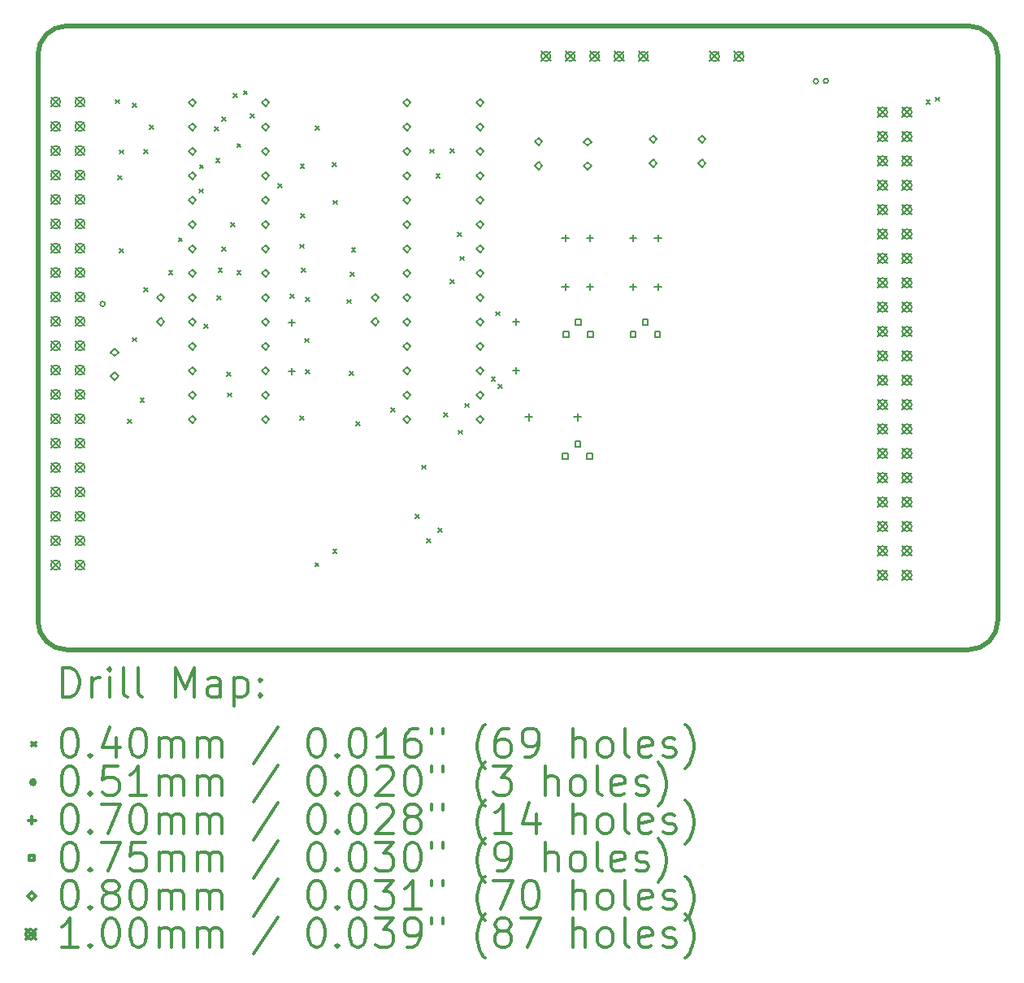
<source format=gbr>
%FSLAX45Y45*%
G04 Gerber Fmt 4.5, Leading zero omitted, Abs format (unit mm)*
G04 Created by KiCad (PCBNEW 5.1.5+dfsg1-2build2) date 2021-09-13 18:49:43*
%MOMM*%
%LPD*%
G04 APERTURE LIST*
%TA.AperFunction,Profile*%
%ADD10C,0.500000*%
%TD*%
%ADD11C,0.200000*%
%ADD12C,0.300000*%
G04 APERTURE END LIST*
D10*
X8800000Y-12000000D02*
G75*
G02X8500000Y-11700000I0J300000D01*
G01*
X18500000Y-11700000D02*
G75*
G02X18200000Y-12000000I-300000J0D01*
G01*
X18200000Y-5500000D02*
G75*
G02X18500000Y-5800000I0J-300000D01*
G01*
X8500000Y-5800000D02*
G75*
G02X8800000Y-5500000I300000J0D01*
G01*
X8500000Y-11700000D02*
X8500000Y-5800000D01*
X18200000Y-12000000D02*
X8800000Y-12000000D01*
X18500000Y-5800000D02*
X18500000Y-11700000D01*
X8800000Y-5500000D02*
X18200000Y-5500000D01*
D11*
X9306880Y-6266500D02*
X9346880Y-6306500D01*
X9346880Y-6266500D02*
X9306880Y-6306500D01*
X9337360Y-7056440D02*
X9377360Y-7096440D01*
X9377360Y-7056440D02*
X9337360Y-7096440D01*
X9350060Y-6792280D02*
X9390060Y-6832280D01*
X9390060Y-6792280D02*
X9350060Y-6832280D01*
X9350060Y-7818440D02*
X9390060Y-7858440D01*
X9390060Y-7818440D02*
X9350060Y-7858440D01*
X9433880Y-9596440D02*
X9473880Y-9636440D01*
X9473880Y-9596440D02*
X9433880Y-9636440D01*
X9486966Y-6305870D02*
X9526966Y-6345870D01*
X9526966Y-6305870D02*
X9486966Y-6345870D01*
X9488490Y-8748842D02*
X9528490Y-8788842D01*
X9528490Y-8748842D02*
X9488490Y-8788842D01*
X9568500Y-9380540D02*
X9608500Y-9420540D01*
X9608500Y-9380540D02*
X9568500Y-9420540D01*
X9604568Y-6789994D02*
X9644568Y-6829994D01*
X9644568Y-6789994D02*
X9604568Y-6829994D01*
X9604568Y-8230682D02*
X9644568Y-8270682D01*
X9644568Y-8230682D02*
X9604568Y-8270682D01*
X9667560Y-6533200D02*
X9707560Y-6573200D01*
X9707560Y-6533200D02*
X9667560Y-6573200D01*
X9863648Y-8050342D02*
X9903648Y-8090342D01*
X9903648Y-8050342D02*
X9863648Y-8090342D01*
X9965756Y-7706172D02*
X10005756Y-7746172D01*
X10005756Y-7706172D02*
X9965756Y-7746172D01*
X10184073Y-7198819D02*
X10224073Y-7238819D01*
X10224073Y-7198819D02*
X10184073Y-7238819D01*
X10184581Y-6945323D02*
X10224581Y-6985323D01*
X10224581Y-6945323D02*
X10184581Y-6985323D01*
X10234488Y-8608380D02*
X10274488Y-8648380D01*
X10274488Y-8608380D02*
X10234488Y-8648380D01*
X10345232Y-6553012D02*
X10385232Y-6593012D01*
X10385232Y-6553012D02*
X10345232Y-6593012D01*
X10355192Y-6878989D02*
X10395192Y-6918989D01*
X10395192Y-6878989D02*
X10355192Y-6918989D01*
X10368600Y-8313740D02*
X10408600Y-8353740D01*
X10408600Y-8313740D02*
X10368600Y-8353740D01*
X10381300Y-8026720D02*
X10421300Y-8066720D01*
X10421300Y-8026720D02*
X10381300Y-8066720D01*
X10420162Y-6448618D02*
X10460162Y-6488618D01*
X10460162Y-6448618D02*
X10420162Y-6488618D01*
X10421432Y-7806502D02*
X10461432Y-7846502D01*
X10461432Y-7806502D02*
X10421432Y-7846502D01*
X10467660Y-9106220D02*
X10507660Y-9146220D01*
X10507660Y-9106220D02*
X10467660Y-9146220D01*
X10475280Y-9324660D02*
X10515280Y-9364660D01*
X10515280Y-9324660D02*
X10475280Y-9364660D01*
X10512495Y-7547422D02*
X10552495Y-7587422D01*
X10552495Y-7547422D02*
X10512495Y-7587422D01*
X10537256Y-6205286D02*
X10577256Y-6245286D01*
X10577256Y-6205286D02*
X10537256Y-6245286D01*
X10575356Y-6723700D02*
X10615356Y-6763700D01*
X10615356Y-6723700D02*
X10575356Y-6763700D01*
X10575864Y-8047294D02*
X10615864Y-8087294D01*
X10615864Y-8047294D02*
X10575864Y-8087294D01*
X10643682Y-6174806D02*
X10683682Y-6214806D01*
X10683682Y-6174806D02*
X10643682Y-6214806D01*
X10713532Y-6418392D02*
X10753532Y-6458392D01*
X10753532Y-6418392D02*
X10713532Y-6458392D01*
X11002066Y-7144060D02*
X11042066Y-7184060D01*
X11042066Y-7144060D02*
X11002066Y-7184060D01*
X11128314Y-8297992D02*
X11168314Y-8337992D01*
X11168314Y-8297992D02*
X11128314Y-8337992D01*
X11232200Y-7775260D02*
X11272200Y-7815260D01*
X11272200Y-7775260D02*
X11232200Y-7815260D01*
X11232200Y-9565960D02*
X11272200Y-9605960D01*
X11272200Y-9565960D02*
X11232200Y-9605960D01*
X11234740Y-6939600D02*
X11274740Y-6979600D01*
X11274740Y-6939600D02*
X11234740Y-6979600D01*
X11242360Y-7457760D02*
X11282360Y-7497760D01*
X11282360Y-7457760D02*
X11242360Y-7497760D01*
X11249980Y-8024180D02*
X11289980Y-8064180D01*
X11289980Y-8024180D02*
X11249980Y-8064180D01*
X11280460Y-8755700D02*
X11320460Y-8795700D01*
X11320460Y-8755700D02*
X11280460Y-8795700D01*
X11290620Y-8326440D02*
X11330620Y-8366440D01*
X11330620Y-8326440D02*
X11290620Y-8366440D01*
X11293160Y-9083360D02*
X11333160Y-9123360D01*
X11333160Y-9083360D02*
X11293160Y-9123360D01*
X11388918Y-11093770D02*
X11428918Y-11133770D01*
X11428918Y-11093770D02*
X11388918Y-11133770D01*
X11390442Y-6542852D02*
X11430442Y-6582852D01*
X11430442Y-6542852D02*
X11390442Y-6582852D01*
X11570020Y-6921820D02*
X11610020Y-6961820D01*
X11610020Y-6921820D02*
X11570020Y-6961820D01*
X11574338Y-10956356D02*
X11614338Y-10996356D01*
X11614338Y-10956356D02*
X11574338Y-10996356D01*
X11575862Y-7318060D02*
X11615862Y-7358060D01*
X11615862Y-7318060D02*
X11575862Y-7358060D01*
X11722420Y-8349300D02*
X11762420Y-8389300D01*
X11762420Y-8349300D02*
X11722420Y-8389300D01*
X11747820Y-9101140D02*
X11787820Y-9141140D01*
X11787820Y-9101140D02*
X11747820Y-9141140D01*
X11755440Y-8067360D02*
X11795440Y-8107360D01*
X11795440Y-8067360D02*
X11755440Y-8107360D01*
X11768140Y-7810820D02*
X11808140Y-7850820D01*
X11808140Y-7810820D02*
X11768140Y-7850820D01*
X11816400Y-9626920D02*
X11856400Y-9666920D01*
X11856400Y-9626920D02*
X11816400Y-9666920D01*
X12180128Y-9479346D02*
X12220128Y-9519346D01*
X12220128Y-9479346D02*
X12180128Y-9519346D01*
X12432096Y-10590850D02*
X12472096Y-10630850D01*
X12472096Y-10590850D02*
X12432096Y-10630850D01*
X12502200Y-10077516D02*
X12542200Y-10117516D01*
X12542200Y-10077516D02*
X12502200Y-10117516D01*
X12549190Y-10844596D02*
X12589190Y-10884596D01*
X12589190Y-10844596D02*
X12549190Y-10884596D01*
X12587544Y-6783390D02*
X12627544Y-6823390D01*
X12627544Y-6783390D02*
X12587544Y-6823390D01*
X12650405Y-7042470D02*
X12690405Y-7082470D01*
X12690405Y-7042470D02*
X12650405Y-7082470D01*
X12671110Y-10734360D02*
X12711110Y-10774360D01*
X12711110Y-10734360D02*
X12671110Y-10774360D01*
X12730800Y-9530400D02*
X12770800Y-9570400D01*
X12770800Y-9530400D02*
X12730800Y-9570400D01*
X12795561Y-6780795D02*
X12835561Y-6820795D01*
X12835561Y-6780795D02*
X12795561Y-6820795D01*
X12795561Y-8141411D02*
X12835561Y-8181411D01*
X12835561Y-8141411D02*
X12795561Y-8181411D01*
X12874187Y-7652060D02*
X12914187Y-7692060D01*
X12914187Y-7652060D02*
X12874187Y-7692060D01*
X12884978Y-9712772D02*
X12924978Y-9752772D01*
X12924978Y-9712772D02*
X12884978Y-9752772D01*
X12898821Y-7901879D02*
X12938821Y-7941879D01*
X12938821Y-7901879D02*
X12898821Y-7941879D01*
X12952626Y-9434558D02*
X12992626Y-9474558D01*
X12992626Y-9434558D02*
X12952626Y-9474558D01*
X13226100Y-9159306D02*
X13266100Y-9199306D01*
X13266100Y-9159306D02*
X13226100Y-9199306D01*
X13269817Y-8476921D02*
X13309817Y-8516921D01*
X13309817Y-8476921D02*
X13269817Y-8516921D01*
X13298744Y-9235252D02*
X13338744Y-9275252D01*
X13338744Y-9235252D02*
X13298744Y-9275252D01*
X17754158Y-6271834D02*
X17794158Y-6311834D01*
X17794158Y-6271834D02*
X17754158Y-6311834D01*
X17854742Y-6241608D02*
X17894742Y-6281608D01*
X17894742Y-6241608D02*
X17854742Y-6281608D01*
X9200400Y-8396861D02*
G75*
G03X9200400Y-8396861I-25400J0D01*
G01*
X16632174Y-6074918D02*
G75*
G03X16632174Y-6074918I-25400J0D01*
G01*
X16734536Y-6072378D02*
G75*
G03X16734536Y-6072378I-25400J0D01*
G01*
X14252400Y-7677800D02*
X14252400Y-7747800D01*
X14217400Y-7712800D02*
X14287400Y-7712800D01*
X14252400Y-8185800D02*
X14252400Y-8255800D01*
X14217400Y-8220800D02*
X14287400Y-8220800D01*
X11147298Y-8554772D02*
X11147298Y-8624772D01*
X11112298Y-8589772D02*
X11182298Y-8589772D01*
X11147298Y-9062772D02*
X11147298Y-9132772D01*
X11112298Y-9097772D02*
X11182298Y-9097772D01*
X14700200Y-7677800D02*
X14700200Y-7747800D01*
X14665200Y-7712800D02*
X14735200Y-7712800D01*
X14700200Y-8185800D02*
X14700200Y-8255800D01*
X14665200Y-8220800D02*
X14735200Y-8220800D01*
X14960600Y-7677800D02*
X14960600Y-7747800D01*
X14925600Y-7712800D02*
X14995600Y-7712800D01*
X14960600Y-8185800D02*
X14960600Y-8255800D01*
X14925600Y-8220800D02*
X14995600Y-8220800D01*
X13481050Y-8549946D02*
X13481050Y-8619946D01*
X13446050Y-8584946D02*
X13516050Y-8584946D01*
X13481050Y-9057946D02*
X13481050Y-9127946D01*
X13446050Y-9092946D02*
X13516050Y-9092946D01*
X13995400Y-7677800D02*
X13995400Y-7747800D01*
X13960400Y-7712800D02*
X14030400Y-7712800D01*
X13995400Y-8185800D02*
X13995400Y-8255800D01*
X13960400Y-8220800D02*
X14030400Y-8220800D01*
X13614400Y-9540800D02*
X13614400Y-9610800D01*
X13579400Y-9575800D02*
X13649400Y-9575800D01*
X14122400Y-9540800D02*
X14122400Y-9610800D01*
X14087400Y-9575800D02*
X14157400Y-9575800D01*
X14028297Y-8739317D02*
X14028297Y-8686283D01*
X13975263Y-8686283D01*
X13975263Y-8739317D01*
X14028297Y-8739317D01*
X14155297Y-8612317D02*
X14155297Y-8559283D01*
X14102263Y-8559283D01*
X14102263Y-8612317D01*
X14155297Y-8612317D01*
X14282297Y-8739317D02*
X14282297Y-8686283D01*
X14229263Y-8686283D01*
X14229263Y-8739317D01*
X14282297Y-8739317D01*
X14021917Y-10008717D02*
X14021917Y-9955683D01*
X13968883Y-9955683D01*
X13968883Y-10008717D01*
X14021917Y-10008717D01*
X14149917Y-9881717D02*
X14149917Y-9828683D01*
X14096883Y-9828683D01*
X14096883Y-9881717D01*
X14149917Y-9881717D01*
X14275917Y-10008717D02*
X14275917Y-9955683D01*
X14222883Y-9955683D01*
X14222883Y-10008717D01*
X14275917Y-10008717D01*
X14726717Y-8739317D02*
X14726717Y-8686283D01*
X14673683Y-8686283D01*
X14673683Y-8739317D01*
X14726717Y-8739317D01*
X14853717Y-8612317D02*
X14853717Y-8559283D01*
X14800683Y-8559283D01*
X14800683Y-8612317D01*
X14853717Y-8612317D01*
X14980717Y-8739317D02*
X14980717Y-8686283D01*
X14927683Y-8686283D01*
X14927683Y-8739317D01*
X14980717Y-8739317D01*
X12344400Y-6339200D02*
X12384400Y-6299200D01*
X12344400Y-6259200D01*
X12304400Y-6299200D01*
X12344400Y-6339200D01*
X12344400Y-6593200D02*
X12384400Y-6553200D01*
X12344400Y-6513200D01*
X12304400Y-6553200D01*
X12344400Y-6593200D01*
X12344400Y-6847200D02*
X12384400Y-6807200D01*
X12344400Y-6767200D01*
X12304400Y-6807200D01*
X12344400Y-6847200D01*
X12344400Y-7101200D02*
X12384400Y-7061200D01*
X12344400Y-7021200D01*
X12304400Y-7061200D01*
X12344400Y-7101200D01*
X12344400Y-7355200D02*
X12384400Y-7315200D01*
X12344400Y-7275200D01*
X12304400Y-7315200D01*
X12344400Y-7355200D01*
X12344400Y-7609200D02*
X12384400Y-7569200D01*
X12344400Y-7529200D01*
X12304400Y-7569200D01*
X12344400Y-7609200D01*
X12344400Y-7863200D02*
X12384400Y-7823200D01*
X12344400Y-7783200D01*
X12304400Y-7823200D01*
X12344400Y-7863200D01*
X12344400Y-8117200D02*
X12384400Y-8077200D01*
X12344400Y-8037200D01*
X12304400Y-8077200D01*
X12344400Y-8117200D01*
X12344400Y-8371200D02*
X12384400Y-8331200D01*
X12344400Y-8291200D01*
X12304400Y-8331200D01*
X12344400Y-8371200D01*
X12344400Y-8625200D02*
X12384400Y-8585200D01*
X12344400Y-8545200D01*
X12304400Y-8585200D01*
X12344400Y-8625200D01*
X12344400Y-8879200D02*
X12384400Y-8839200D01*
X12344400Y-8799200D01*
X12304400Y-8839200D01*
X12344400Y-8879200D01*
X12344400Y-9133200D02*
X12384400Y-9093200D01*
X12344400Y-9053200D01*
X12304400Y-9093200D01*
X12344400Y-9133200D01*
X12344400Y-9387200D02*
X12384400Y-9347200D01*
X12344400Y-9307200D01*
X12304400Y-9347200D01*
X12344400Y-9387200D01*
X12344400Y-9641200D02*
X12384400Y-9601200D01*
X12344400Y-9561200D01*
X12304400Y-9601200D01*
X12344400Y-9641200D01*
X13106400Y-6339200D02*
X13146400Y-6299200D01*
X13106400Y-6259200D01*
X13066400Y-6299200D01*
X13106400Y-6339200D01*
X13106400Y-6593200D02*
X13146400Y-6553200D01*
X13106400Y-6513200D01*
X13066400Y-6553200D01*
X13106400Y-6593200D01*
X13106400Y-6847200D02*
X13146400Y-6807200D01*
X13106400Y-6767200D01*
X13066400Y-6807200D01*
X13106400Y-6847200D01*
X13106400Y-7101200D02*
X13146400Y-7061200D01*
X13106400Y-7021200D01*
X13066400Y-7061200D01*
X13106400Y-7101200D01*
X13106400Y-7355200D02*
X13146400Y-7315200D01*
X13106400Y-7275200D01*
X13066400Y-7315200D01*
X13106400Y-7355200D01*
X13106400Y-7609200D02*
X13146400Y-7569200D01*
X13106400Y-7529200D01*
X13066400Y-7569200D01*
X13106400Y-7609200D01*
X13106400Y-7863200D02*
X13146400Y-7823200D01*
X13106400Y-7783200D01*
X13066400Y-7823200D01*
X13106400Y-7863200D01*
X13106400Y-8117200D02*
X13146400Y-8077200D01*
X13106400Y-8037200D01*
X13066400Y-8077200D01*
X13106400Y-8117200D01*
X13106400Y-8371200D02*
X13146400Y-8331200D01*
X13106400Y-8291200D01*
X13066400Y-8331200D01*
X13106400Y-8371200D01*
X13106400Y-8625200D02*
X13146400Y-8585200D01*
X13106400Y-8545200D01*
X13066400Y-8585200D01*
X13106400Y-8625200D01*
X13106400Y-8879200D02*
X13146400Y-8839200D01*
X13106400Y-8799200D01*
X13066400Y-8839200D01*
X13106400Y-8879200D01*
X13106400Y-9133200D02*
X13146400Y-9093200D01*
X13106400Y-9053200D01*
X13066400Y-9093200D01*
X13106400Y-9133200D01*
X13106400Y-9387200D02*
X13146400Y-9347200D01*
X13106400Y-9307200D01*
X13066400Y-9347200D01*
X13106400Y-9387200D01*
X13106400Y-9641200D02*
X13146400Y-9601200D01*
X13106400Y-9561200D01*
X13066400Y-9601200D01*
X13106400Y-9641200D01*
X14225600Y-6748777D02*
X14265600Y-6708777D01*
X14225600Y-6668777D01*
X14185600Y-6708777D01*
X14225600Y-6748777D01*
X14225600Y-6998777D02*
X14265600Y-6958777D01*
X14225600Y-6918777D01*
X14185600Y-6958777D01*
X14225600Y-6998777D01*
X12014200Y-8371200D02*
X12054200Y-8331200D01*
X12014200Y-8291200D01*
X11974200Y-8331200D01*
X12014200Y-8371200D01*
X12014200Y-8621200D02*
X12054200Y-8581200D01*
X12014200Y-8541200D01*
X11974200Y-8581200D01*
X12014200Y-8621200D01*
X15417800Y-6720200D02*
X15457800Y-6680200D01*
X15417800Y-6640200D01*
X15377800Y-6680200D01*
X15417800Y-6720200D01*
X15417800Y-6970200D02*
X15457800Y-6930200D01*
X15417800Y-6890200D01*
X15377800Y-6930200D01*
X15417800Y-6970200D01*
X9300000Y-8940000D02*
X9340000Y-8900000D01*
X9300000Y-8860000D01*
X9260000Y-8900000D01*
X9300000Y-8940000D01*
X9300000Y-9190000D02*
X9340000Y-9150000D01*
X9300000Y-9110000D01*
X9260000Y-9150000D01*
X9300000Y-9190000D01*
X14909800Y-6720200D02*
X14949800Y-6680200D01*
X14909800Y-6640200D01*
X14869800Y-6680200D01*
X14909800Y-6720200D01*
X14909800Y-6970200D02*
X14949800Y-6930200D01*
X14909800Y-6890200D01*
X14869800Y-6930200D01*
X14909800Y-6970200D01*
X10109200Y-6339200D02*
X10149200Y-6299200D01*
X10109200Y-6259200D01*
X10069200Y-6299200D01*
X10109200Y-6339200D01*
X10109200Y-6593200D02*
X10149200Y-6553200D01*
X10109200Y-6513200D01*
X10069200Y-6553200D01*
X10109200Y-6593200D01*
X10109200Y-6847200D02*
X10149200Y-6807200D01*
X10109200Y-6767200D01*
X10069200Y-6807200D01*
X10109200Y-6847200D01*
X10109200Y-7101200D02*
X10149200Y-7061200D01*
X10109200Y-7021200D01*
X10069200Y-7061200D01*
X10109200Y-7101200D01*
X10109200Y-7355200D02*
X10149200Y-7315200D01*
X10109200Y-7275200D01*
X10069200Y-7315200D01*
X10109200Y-7355200D01*
X10109200Y-7609200D02*
X10149200Y-7569200D01*
X10109200Y-7529200D01*
X10069200Y-7569200D01*
X10109200Y-7609200D01*
X10109200Y-7863200D02*
X10149200Y-7823200D01*
X10109200Y-7783200D01*
X10069200Y-7823200D01*
X10109200Y-7863200D01*
X10109200Y-8117200D02*
X10149200Y-8077200D01*
X10109200Y-8037200D01*
X10069200Y-8077200D01*
X10109200Y-8117200D01*
X10109200Y-8371200D02*
X10149200Y-8331200D01*
X10109200Y-8291200D01*
X10069200Y-8331200D01*
X10109200Y-8371200D01*
X10109200Y-8625200D02*
X10149200Y-8585200D01*
X10109200Y-8545200D01*
X10069200Y-8585200D01*
X10109200Y-8625200D01*
X10109200Y-8879200D02*
X10149200Y-8839200D01*
X10109200Y-8799200D01*
X10069200Y-8839200D01*
X10109200Y-8879200D01*
X10109200Y-9133200D02*
X10149200Y-9093200D01*
X10109200Y-9053200D01*
X10069200Y-9093200D01*
X10109200Y-9133200D01*
X10109200Y-9387200D02*
X10149200Y-9347200D01*
X10109200Y-9307200D01*
X10069200Y-9347200D01*
X10109200Y-9387200D01*
X10109200Y-9641200D02*
X10149200Y-9601200D01*
X10109200Y-9561200D01*
X10069200Y-9601200D01*
X10109200Y-9641200D01*
X10871200Y-6339200D02*
X10911200Y-6299200D01*
X10871200Y-6259200D01*
X10831200Y-6299200D01*
X10871200Y-6339200D01*
X10871200Y-6593200D02*
X10911200Y-6553200D01*
X10871200Y-6513200D01*
X10831200Y-6553200D01*
X10871200Y-6593200D01*
X10871200Y-6847200D02*
X10911200Y-6807200D01*
X10871200Y-6767200D01*
X10831200Y-6807200D01*
X10871200Y-6847200D01*
X10871200Y-7101200D02*
X10911200Y-7061200D01*
X10871200Y-7021200D01*
X10831200Y-7061200D01*
X10871200Y-7101200D01*
X10871200Y-7355200D02*
X10911200Y-7315200D01*
X10871200Y-7275200D01*
X10831200Y-7315200D01*
X10871200Y-7355200D01*
X10871200Y-7609200D02*
X10911200Y-7569200D01*
X10871200Y-7529200D01*
X10831200Y-7569200D01*
X10871200Y-7609200D01*
X10871200Y-7863200D02*
X10911200Y-7823200D01*
X10871200Y-7783200D01*
X10831200Y-7823200D01*
X10871200Y-7863200D01*
X10871200Y-8117200D02*
X10911200Y-8077200D01*
X10871200Y-8037200D01*
X10831200Y-8077200D01*
X10871200Y-8117200D01*
X10871200Y-8371200D02*
X10911200Y-8331200D01*
X10871200Y-8291200D01*
X10831200Y-8331200D01*
X10871200Y-8371200D01*
X10871200Y-8625200D02*
X10911200Y-8585200D01*
X10871200Y-8545200D01*
X10831200Y-8585200D01*
X10871200Y-8625200D01*
X10871200Y-8879200D02*
X10911200Y-8839200D01*
X10871200Y-8799200D01*
X10831200Y-8839200D01*
X10871200Y-8879200D01*
X10871200Y-9133200D02*
X10911200Y-9093200D01*
X10871200Y-9053200D01*
X10831200Y-9093200D01*
X10871200Y-9133200D01*
X10871200Y-9387200D02*
X10911200Y-9347200D01*
X10871200Y-9307200D01*
X10831200Y-9347200D01*
X10871200Y-9387200D01*
X10871200Y-9641200D02*
X10911200Y-9601200D01*
X10871200Y-9561200D01*
X10831200Y-9601200D01*
X10871200Y-9641200D01*
X9779000Y-8371200D02*
X9819000Y-8331200D01*
X9779000Y-8291200D01*
X9739000Y-8331200D01*
X9779000Y-8371200D01*
X9779000Y-8621200D02*
X9819000Y-8581200D01*
X9779000Y-8541200D01*
X9739000Y-8581200D01*
X9779000Y-8621200D01*
X13716000Y-6745600D02*
X13756000Y-6705600D01*
X13716000Y-6665600D01*
X13676000Y-6705600D01*
X13716000Y-6745600D01*
X13716000Y-6995600D02*
X13756000Y-6955600D01*
X13716000Y-6915600D01*
X13676000Y-6955600D01*
X13716000Y-6995600D01*
X17250000Y-6348000D02*
X17350000Y-6448000D01*
X17350000Y-6348000D02*
X17250000Y-6448000D01*
X17350000Y-6398000D02*
G75*
G03X17350000Y-6398000I-50000J0D01*
G01*
X17250000Y-6602000D02*
X17350000Y-6702000D01*
X17350000Y-6602000D02*
X17250000Y-6702000D01*
X17350000Y-6652000D02*
G75*
G03X17350000Y-6652000I-50000J0D01*
G01*
X17250000Y-6856000D02*
X17350000Y-6956000D01*
X17350000Y-6856000D02*
X17250000Y-6956000D01*
X17350000Y-6906000D02*
G75*
G03X17350000Y-6906000I-50000J0D01*
G01*
X17250000Y-7110000D02*
X17350000Y-7210000D01*
X17350000Y-7110000D02*
X17250000Y-7210000D01*
X17350000Y-7160000D02*
G75*
G03X17350000Y-7160000I-50000J0D01*
G01*
X17250000Y-7364000D02*
X17350000Y-7464000D01*
X17350000Y-7364000D02*
X17250000Y-7464000D01*
X17350000Y-7414000D02*
G75*
G03X17350000Y-7414000I-50000J0D01*
G01*
X17250000Y-7618000D02*
X17350000Y-7718000D01*
X17350000Y-7618000D02*
X17250000Y-7718000D01*
X17350000Y-7668000D02*
G75*
G03X17350000Y-7668000I-50000J0D01*
G01*
X17250000Y-7872000D02*
X17350000Y-7972000D01*
X17350000Y-7872000D02*
X17250000Y-7972000D01*
X17350000Y-7922000D02*
G75*
G03X17350000Y-7922000I-50000J0D01*
G01*
X17250000Y-8126000D02*
X17350000Y-8226000D01*
X17350000Y-8126000D02*
X17250000Y-8226000D01*
X17350000Y-8176000D02*
G75*
G03X17350000Y-8176000I-50000J0D01*
G01*
X17250000Y-8380000D02*
X17350000Y-8480000D01*
X17350000Y-8380000D02*
X17250000Y-8480000D01*
X17350000Y-8430000D02*
G75*
G03X17350000Y-8430000I-50000J0D01*
G01*
X17250000Y-8634000D02*
X17350000Y-8734000D01*
X17350000Y-8634000D02*
X17250000Y-8734000D01*
X17350000Y-8684000D02*
G75*
G03X17350000Y-8684000I-50000J0D01*
G01*
X17250000Y-8888000D02*
X17350000Y-8988000D01*
X17350000Y-8888000D02*
X17250000Y-8988000D01*
X17350000Y-8938000D02*
G75*
G03X17350000Y-8938000I-50000J0D01*
G01*
X17250000Y-9142000D02*
X17350000Y-9242000D01*
X17350000Y-9142000D02*
X17250000Y-9242000D01*
X17350000Y-9192000D02*
G75*
G03X17350000Y-9192000I-50000J0D01*
G01*
X17250000Y-9396000D02*
X17350000Y-9496000D01*
X17350000Y-9396000D02*
X17250000Y-9496000D01*
X17350000Y-9446000D02*
G75*
G03X17350000Y-9446000I-50000J0D01*
G01*
X17250000Y-9650000D02*
X17350000Y-9750000D01*
X17350000Y-9650000D02*
X17250000Y-9750000D01*
X17350000Y-9700000D02*
G75*
G03X17350000Y-9700000I-50000J0D01*
G01*
X17250000Y-9904000D02*
X17350000Y-10004000D01*
X17350000Y-9904000D02*
X17250000Y-10004000D01*
X17350000Y-9954000D02*
G75*
G03X17350000Y-9954000I-50000J0D01*
G01*
X17250000Y-10158000D02*
X17350000Y-10258000D01*
X17350000Y-10158000D02*
X17250000Y-10258000D01*
X17350000Y-10208000D02*
G75*
G03X17350000Y-10208000I-50000J0D01*
G01*
X17250000Y-10412000D02*
X17350000Y-10512000D01*
X17350000Y-10412000D02*
X17250000Y-10512000D01*
X17350000Y-10462000D02*
G75*
G03X17350000Y-10462000I-50000J0D01*
G01*
X17250000Y-10666000D02*
X17350000Y-10766000D01*
X17350000Y-10666000D02*
X17250000Y-10766000D01*
X17350000Y-10716000D02*
G75*
G03X17350000Y-10716000I-50000J0D01*
G01*
X17250000Y-10920000D02*
X17350000Y-11020000D01*
X17350000Y-10920000D02*
X17250000Y-11020000D01*
X17350000Y-10970000D02*
G75*
G03X17350000Y-10970000I-50000J0D01*
G01*
X17250000Y-11174000D02*
X17350000Y-11274000D01*
X17350000Y-11174000D02*
X17250000Y-11274000D01*
X17350000Y-11224000D02*
G75*
G03X17350000Y-11224000I-50000J0D01*
G01*
X17504000Y-6348000D02*
X17604000Y-6448000D01*
X17604000Y-6348000D02*
X17504000Y-6448000D01*
X17604000Y-6398000D02*
G75*
G03X17604000Y-6398000I-50000J0D01*
G01*
X17504000Y-6602000D02*
X17604000Y-6702000D01*
X17604000Y-6602000D02*
X17504000Y-6702000D01*
X17604000Y-6652000D02*
G75*
G03X17604000Y-6652000I-50000J0D01*
G01*
X17504000Y-6856000D02*
X17604000Y-6956000D01*
X17604000Y-6856000D02*
X17504000Y-6956000D01*
X17604000Y-6906000D02*
G75*
G03X17604000Y-6906000I-50000J0D01*
G01*
X17504000Y-7110000D02*
X17604000Y-7210000D01*
X17604000Y-7110000D02*
X17504000Y-7210000D01*
X17604000Y-7160000D02*
G75*
G03X17604000Y-7160000I-50000J0D01*
G01*
X17504000Y-7364000D02*
X17604000Y-7464000D01*
X17604000Y-7364000D02*
X17504000Y-7464000D01*
X17604000Y-7414000D02*
G75*
G03X17604000Y-7414000I-50000J0D01*
G01*
X17504000Y-7618000D02*
X17604000Y-7718000D01*
X17604000Y-7618000D02*
X17504000Y-7718000D01*
X17604000Y-7668000D02*
G75*
G03X17604000Y-7668000I-50000J0D01*
G01*
X17504000Y-7872000D02*
X17604000Y-7972000D01*
X17604000Y-7872000D02*
X17504000Y-7972000D01*
X17604000Y-7922000D02*
G75*
G03X17604000Y-7922000I-50000J0D01*
G01*
X17504000Y-8126000D02*
X17604000Y-8226000D01*
X17604000Y-8126000D02*
X17504000Y-8226000D01*
X17604000Y-8176000D02*
G75*
G03X17604000Y-8176000I-50000J0D01*
G01*
X17504000Y-8380000D02*
X17604000Y-8480000D01*
X17604000Y-8380000D02*
X17504000Y-8480000D01*
X17604000Y-8430000D02*
G75*
G03X17604000Y-8430000I-50000J0D01*
G01*
X17504000Y-8634000D02*
X17604000Y-8734000D01*
X17604000Y-8634000D02*
X17504000Y-8734000D01*
X17604000Y-8684000D02*
G75*
G03X17604000Y-8684000I-50000J0D01*
G01*
X17504000Y-8888000D02*
X17604000Y-8988000D01*
X17604000Y-8888000D02*
X17504000Y-8988000D01*
X17604000Y-8938000D02*
G75*
G03X17604000Y-8938000I-50000J0D01*
G01*
X17504000Y-9142000D02*
X17604000Y-9242000D01*
X17604000Y-9142000D02*
X17504000Y-9242000D01*
X17604000Y-9192000D02*
G75*
G03X17604000Y-9192000I-50000J0D01*
G01*
X17504000Y-9396000D02*
X17604000Y-9496000D01*
X17604000Y-9396000D02*
X17504000Y-9496000D01*
X17604000Y-9446000D02*
G75*
G03X17604000Y-9446000I-50000J0D01*
G01*
X17504000Y-9650000D02*
X17604000Y-9750000D01*
X17604000Y-9650000D02*
X17504000Y-9750000D01*
X17604000Y-9700000D02*
G75*
G03X17604000Y-9700000I-50000J0D01*
G01*
X17504000Y-9904000D02*
X17604000Y-10004000D01*
X17604000Y-9904000D02*
X17504000Y-10004000D01*
X17604000Y-9954000D02*
G75*
G03X17604000Y-9954000I-50000J0D01*
G01*
X17504000Y-10158000D02*
X17604000Y-10258000D01*
X17604000Y-10158000D02*
X17504000Y-10258000D01*
X17604000Y-10208000D02*
G75*
G03X17604000Y-10208000I-50000J0D01*
G01*
X17504000Y-10412000D02*
X17604000Y-10512000D01*
X17604000Y-10412000D02*
X17504000Y-10512000D01*
X17604000Y-10462000D02*
G75*
G03X17604000Y-10462000I-50000J0D01*
G01*
X17504000Y-10666000D02*
X17604000Y-10766000D01*
X17604000Y-10666000D02*
X17504000Y-10766000D01*
X17604000Y-10716000D02*
G75*
G03X17604000Y-10716000I-50000J0D01*
G01*
X17504000Y-10920000D02*
X17604000Y-11020000D01*
X17604000Y-10920000D02*
X17504000Y-11020000D01*
X17604000Y-10970000D02*
G75*
G03X17604000Y-10970000I-50000J0D01*
G01*
X17504000Y-11174000D02*
X17604000Y-11274000D01*
X17604000Y-11174000D02*
X17504000Y-11274000D01*
X17604000Y-11224000D02*
G75*
G03X17604000Y-11224000I-50000J0D01*
G01*
X13742200Y-5766600D02*
X13842200Y-5866600D01*
X13842200Y-5766600D02*
X13742200Y-5866600D01*
X13842200Y-5816600D02*
G75*
G03X13842200Y-5816600I-50000J0D01*
G01*
X13996200Y-5766600D02*
X14096200Y-5866600D01*
X14096200Y-5766600D02*
X13996200Y-5866600D01*
X14096200Y-5816600D02*
G75*
G03X14096200Y-5816600I-50000J0D01*
G01*
X14250200Y-5766600D02*
X14350200Y-5866600D01*
X14350200Y-5766600D02*
X14250200Y-5866600D01*
X14350200Y-5816600D02*
G75*
G03X14350200Y-5816600I-50000J0D01*
G01*
X14504200Y-5766600D02*
X14604200Y-5866600D01*
X14604200Y-5766600D02*
X14504200Y-5866600D01*
X14604200Y-5816600D02*
G75*
G03X14604200Y-5816600I-50000J0D01*
G01*
X14758200Y-5766600D02*
X14858200Y-5866600D01*
X14858200Y-5766600D02*
X14758200Y-5866600D01*
X14858200Y-5816600D02*
G75*
G03X14858200Y-5816600I-50000J0D01*
G01*
X15501200Y-5766600D02*
X15601200Y-5866600D01*
X15601200Y-5766600D02*
X15501200Y-5866600D01*
X15601200Y-5816600D02*
G75*
G03X15601200Y-5816600I-50000J0D01*
G01*
X15755200Y-5766600D02*
X15855200Y-5866600D01*
X15855200Y-5766600D02*
X15755200Y-5866600D01*
X15855200Y-5816600D02*
G75*
G03X15855200Y-5816600I-50000J0D01*
G01*
X8635400Y-6241200D02*
X8735400Y-6341200D01*
X8735400Y-6241200D02*
X8635400Y-6341200D01*
X8735400Y-6291200D02*
G75*
G03X8735400Y-6291200I-50000J0D01*
G01*
X8635400Y-6495200D02*
X8735400Y-6595200D01*
X8735400Y-6495200D02*
X8635400Y-6595200D01*
X8735400Y-6545200D02*
G75*
G03X8735400Y-6545200I-50000J0D01*
G01*
X8635400Y-6749200D02*
X8735400Y-6849200D01*
X8735400Y-6749200D02*
X8635400Y-6849200D01*
X8735400Y-6799200D02*
G75*
G03X8735400Y-6799200I-50000J0D01*
G01*
X8635400Y-7003200D02*
X8735400Y-7103200D01*
X8735400Y-7003200D02*
X8635400Y-7103200D01*
X8735400Y-7053200D02*
G75*
G03X8735400Y-7053200I-50000J0D01*
G01*
X8635400Y-7257200D02*
X8735400Y-7357200D01*
X8735400Y-7257200D02*
X8635400Y-7357200D01*
X8735400Y-7307200D02*
G75*
G03X8735400Y-7307200I-50000J0D01*
G01*
X8635400Y-7511200D02*
X8735400Y-7611200D01*
X8735400Y-7511200D02*
X8635400Y-7611200D01*
X8735400Y-7561200D02*
G75*
G03X8735400Y-7561200I-50000J0D01*
G01*
X8635400Y-7765200D02*
X8735400Y-7865200D01*
X8735400Y-7765200D02*
X8635400Y-7865200D01*
X8735400Y-7815200D02*
G75*
G03X8735400Y-7815200I-50000J0D01*
G01*
X8635400Y-8019200D02*
X8735400Y-8119200D01*
X8735400Y-8019200D02*
X8635400Y-8119200D01*
X8735400Y-8069200D02*
G75*
G03X8735400Y-8069200I-50000J0D01*
G01*
X8635400Y-8273200D02*
X8735400Y-8373200D01*
X8735400Y-8273200D02*
X8635400Y-8373200D01*
X8735400Y-8323200D02*
G75*
G03X8735400Y-8323200I-50000J0D01*
G01*
X8635400Y-8527200D02*
X8735400Y-8627200D01*
X8735400Y-8527200D02*
X8635400Y-8627200D01*
X8735400Y-8577200D02*
G75*
G03X8735400Y-8577200I-50000J0D01*
G01*
X8635400Y-8781200D02*
X8735400Y-8881200D01*
X8735400Y-8781200D02*
X8635400Y-8881200D01*
X8735400Y-8831200D02*
G75*
G03X8735400Y-8831200I-50000J0D01*
G01*
X8635400Y-9035200D02*
X8735400Y-9135200D01*
X8735400Y-9035200D02*
X8635400Y-9135200D01*
X8735400Y-9085200D02*
G75*
G03X8735400Y-9085200I-50000J0D01*
G01*
X8635400Y-9289200D02*
X8735400Y-9389200D01*
X8735400Y-9289200D02*
X8635400Y-9389200D01*
X8735400Y-9339200D02*
G75*
G03X8735400Y-9339200I-50000J0D01*
G01*
X8635400Y-9543200D02*
X8735400Y-9643200D01*
X8735400Y-9543200D02*
X8635400Y-9643200D01*
X8735400Y-9593200D02*
G75*
G03X8735400Y-9593200I-50000J0D01*
G01*
X8635400Y-9797200D02*
X8735400Y-9897200D01*
X8735400Y-9797200D02*
X8635400Y-9897200D01*
X8735400Y-9847200D02*
G75*
G03X8735400Y-9847200I-50000J0D01*
G01*
X8635400Y-10051200D02*
X8735400Y-10151200D01*
X8735400Y-10051200D02*
X8635400Y-10151200D01*
X8735400Y-10101200D02*
G75*
G03X8735400Y-10101200I-50000J0D01*
G01*
X8635400Y-10305200D02*
X8735400Y-10405200D01*
X8735400Y-10305200D02*
X8635400Y-10405200D01*
X8735400Y-10355200D02*
G75*
G03X8735400Y-10355200I-50000J0D01*
G01*
X8635400Y-10559200D02*
X8735400Y-10659200D01*
X8735400Y-10559200D02*
X8635400Y-10659200D01*
X8735400Y-10609200D02*
G75*
G03X8735400Y-10609200I-50000J0D01*
G01*
X8635400Y-10813200D02*
X8735400Y-10913200D01*
X8735400Y-10813200D02*
X8635400Y-10913200D01*
X8735400Y-10863200D02*
G75*
G03X8735400Y-10863200I-50000J0D01*
G01*
X8635400Y-11067200D02*
X8735400Y-11167200D01*
X8735400Y-11067200D02*
X8635400Y-11167200D01*
X8735400Y-11117200D02*
G75*
G03X8735400Y-11117200I-50000J0D01*
G01*
X8889400Y-6241200D02*
X8989400Y-6341200D01*
X8989400Y-6241200D02*
X8889400Y-6341200D01*
X8989400Y-6291200D02*
G75*
G03X8989400Y-6291200I-50000J0D01*
G01*
X8889400Y-6495200D02*
X8989400Y-6595200D01*
X8989400Y-6495200D02*
X8889400Y-6595200D01*
X8989400Y-6545200D02*
G75*
G03X8989400Y-6545200I-50000J0D01*
G01*
X8889400Y-6749200D02*
X8989400Y-6849200D01*
X8989400Y-6749200D02*
X8889400Y-6849200D01*
X8989400Y-6799200D02*
G75*
G03X8989400Y-6799200I-50000J0D01*
G01*
X8889400Y-7003200D02*
X8989400Y-7103200D01*
X8989400Y-7003200D02*
X8889400Y-7103200D01*
X8989400Y-7053200D02*
G75*
G03X8989400Y-7053200I-50000J0D01*
G01*
X8889400Y-7257200D02*
X8989400Y-7357200D01*
X8989400Y-7257200D02*
X8889400Y-7357200D01*
X8989400Y-7307200D02*
G75*
G03X8989400Y-7307200I-50000J0D01*
G01*
X8889400Y-7511200D02*
X8989400Y-7611200D01*
X8989400Y-7511200D02*
X8889400Y-7611200D01*
X8989400Y-7561200D02*
G75*
G03X8989400Y-7561200I-50000J0D01*
G01*
X8889400Y-7765200D02*
X8989400Y-7865200D01*
X8989400Y-7765200D02*
X8889400Y-7865200D01*
X8989400Y-7815200D02*
G75*
G03X8989400Y-7815200I-50000J0D01*
G01*
X8889400Y-8019200D02*
X8989400Y-8119200D01*
X8989400Y-8019200D02*
X8889400Y-8119200D01*
X8989400Y-8069200D02*
G75*
G03X8989400Y-8069200I-50000J0D01*
G01*
X8889400Y-8273200D02*
X8989400Y-8373200D01*
X8989400Y-8273200D02*
X8889400Y-8373200D01*
X8989400Y-8323200D02*
G75*
G03X8989400Y-8323200I-50000J0D01*
G01*
X8889400Y-8527200D02*
X8989400Y-8627200D01*
X8989400Y-8527200D02*
X8889400Y-8627200D01*
X8989400Y-8577200D02*
G75*
G03X8989400Y-8577200I-50000J0D01*
G01*
X8889400Y-8781200D02*
X8989400Y-8881200D01*
X8989400Y-8781200D02*
X8889400Y-8881200D01*
X8989400Y-8831200D02*
G75*
G03X8989400Y-8831200I-50000J0D01*
G01*
X8889400Y-9035200D02*
X8989400Y-9135200D01*
X8989400Y-9035200D02*
X8889400Y-9135200D01*
X8989400Y-9085200D02*
G75*
G03X8989400Y-9085200I-50000J0D01*
G01*
X8889400Y-9289200D02*
X8989400Y-9389200D01*
X8989400Y-9289200D02*
X8889400Y-9389200D01*
X8989400Y-9339200D02*
G75*
G03X8989400Y-9339200I-50000J0D01*
G01*
X8889400Y-9543200D02*
X8989400Y-9643200D01*
X8989400Y-9543200D02*
X8889400Y-9643200D01*
X8989400Y-9593200D02*
G75*
G03X8989400Y-9593200I-50000J0D01*
G01*
X8889400Y-9797200D02*
X8989400Y-9897200D01*
X8989400Y-9797200D02*
X8889400Y-9897200D01*
X8989400Y-9847200D02*
G75*
G03X8989400Y-9847200I-50000J0D01*
G01*
X8889400Y-10051200D02*
X8989400Y-10151200D01*
X8989400Y-10051200D02*
X8889400Y-10151200D01*
X8989400Y-10101200D02*
G75*
G03X8989400Y-10101200I-50000J0D01*
G01*
X8889400Y-10305200D02*
X8989400Y-10405200D01*
X8989400Y-10305200D02*
X8889400Y-10405200D01*
X8989400Y-10355200D02*
G75*
G03X8989400Y-10355200I-50000J0D01*
G01*
X8889400Y-10559200D02*
X8989400Y-10659200D01*
X8989400Y-10559200D02*
X8889400Y-10659200D01*
X8989400Y-10609200D02*
G75*
G03X8989400Y-10609200I-50000J0D01*
G01*
X8889400Y-10813200D02*
X8989400Y-10913200D01*
X8989400Y-10813200D02*
X8889400Y-10913200D01*
X8989400Y-10863200D02*
G75*
G03X8989400Y-10863200I-50000J0D01*
G01*
X8889400Y-11067200D02*
X8989400Y-11167200D01*
X8989400Y-11067200D02*
X8889400Y-11167200D01*
X8989400Y-11117200D02*
G75*
G03X8989400Y-11117200I-50000J0D01*
G01*
D12*
X8761428Y-12490714D02*
X8761428Y-12190714D01*
X8832857Y-12190714D01*
X8875714Y-12205000D01*
X8904286Y-12233571D01*
X8918571Y-12262143D01*
X8932857Y-12319286D01*
X8932857Y-12362143D01*
X8918571Y-12419286D01*
X8904286Y-12447857D01*
X8875714Y-12476429D01*
X8832857Y-12490714D01*
X8761428Y-12490714D01*
X9061428Y-12490714D02*
X9061428Y-12290714D01*
X9061428Y-12347857D02*
X9075714Y-12319286D01*
X9090000Y-12305000D01*
X9118571Y-12290714D01*
X9147143Y-12290714D01*
X9247143Y-12490714D02*
X9247143Y-12290714D01*
X9247143Y-12190714D02*
X9232857Y-12205000D01*
X9247143Y-12219286D01*
X9261428Y-12205000D01*
X9247143Y-12190714D01*
X9247143Y-12219286D01*
X9432857Y-12490714D02*
X9404286Y-12476429D01*
X9390000Y-12447857D01*
X9390000Y-12190714D01*
X9590000Y-12490714D02*
X9561428Y-12476429D01*
X9547143Y-12447857D01*
X9547143Y-12190714D01*
X9932857Y-12490714D02*
X9932857Y-12190714D01*
X10032857Y-12405000D01*
X10132857Y-12190714D01*
X10132857Y-12490714D01*
X10404286Y-12490714D02*
X10404286Y-12333571D01*
X10390000Y-12305000D01*
X10361428Y-12290714D01*
X10304286Y-12290714D01*
X10275714Y-12305000D01*
X10404286Y-12476429D02*
X10375714Y-12490714D01*
X10304286Y-12490714D01*
X10275714Y-12476429D01*
X10261428Y-12447857D01*
X10261428Y-12419286D01*
X10275714Y-12390714D01*
X10304286Y-12376429D01*
X10375714Y-12376429D01*
X10404286Y-12362143D01*
X10547143Y-12290714D02*
X10547143Y-12590714D01*
X10547143Y-12305000D02*
X10575714Y-12290714D01*
X10632857Y-12290714D01*
X10661428Y-12305000D01*
X10675714Y-12319286D01*
X10690000Y-12347857D01*
X10690000Y-12433571D01*
X10675714Y-12462143D01*
X10661428Y-12476429D01*
X10632857Y-12490714D01*
X10575714Y-12490714D01*
X10547143Y-12476429D01*
X10818571Y-12462143D02*
X10832857Y-12476429D01*
X10818571Y-12490714D01*
X10804286Y-12476429D01*
X10818571Y-12462143D01*
X10818571Y-12490714D01*
X10818571Y-12305000D02*
X10832857Y-12319286D01*
X10818571Y-12333571D01*
X10804286Y-12319286D01*
X10818571Y-12305000D01*
X10818571Y-12333571D01*
X8435000Y-12965000D02*
X8475000Y-13005000D01*
X8475000Y-12965000D02*
X8435000Y-13005000D01*
X8818571Y-12820714D02*
X8847143Y-12820714D01*
X8875714Y-12835000D01*
X8890000Y-12849286D01*
X8904286Y-12877857D01*
X8918571Y-12935000D01*
X8918571Y-13006429D01*
X8904286Y-13063571D01*
X8890000Y-13092143D01*
X8875714Y-13106429D01*
X8847143Y-13120714D01*
X8818571Y-13120714D01*
X8790000Y-13106429D01*
X8775714Y-13092143D01*
X8761428Y-13063571D01*
X8747143Y-13006429D01*
X8747143Y-12935000D01*
X8761428Y-12877857D01*
X8775714Y-12849286D01*
X8790000Y-12835000D01*
X8818571Y-12820714D01*
X9047143Y-13092143D02*
X9061428Y-13106429D01*
X9047143Y-13120714D01*
X9032857Y-13106429D01*
X9047143Y-13092143D01*
X9047143Y-13120714D01*
X9318571Y-12920714D02*
X9318571Y-13120714D01*
X9247143Y-12806429D02*
X9175714Y-13020714D01*
X9361428Y-13020714D01*
X9532857Y-12820714D02*
X9561428Y-12820714D01*
X9590000Y-12835000D01*
X9604286Y-12849286D01*
X9618571Y-12877857D01*
X9632857Y-12935000D01*
X9632857Y-13006429D01*
X9618571Y-13063571D01*
X9604286Y-13092143D01*
X9590000Y-13106429D01*
X9561428Y-13120714D01*
X9532857Y-13120714D01*
X9504286Y-13106429D01*
X9490000Y-13092143D01*
X9475714Y-13063571D01*
X9461428Y-13006429D01*
X9461428Y-12935000D01*
X9475714Y-12877857D01*
X9490000Y-12849286D01*
X9504286Y-12835000D01*
X9532857Y-12820714D01*
X9761428Y-13120714D02*
X9761428Y-12920714D01*
X9761428Y-12949286D02*
X9775714Y-12935000D01*
X9804286Y-12920714D01*
X9847143Y-12920714D01*
X9875714Y-12935000D01*
X9890000Y-12963571D01*
X9890000Y-13120714D01*
X9890000Y-12963571D02*
X9904286Y-12935000D01*
X9932857Y-12920714D01*
X9975714Y-12920714D01*
X10004286Y-12935000D01*
X10018571Y-12963571D01*
X10018571Y-13120714D01*
X10161428Y-13120714D02*
X10161428Y-12920714D01*
X10161428Y-12949286D02*
X10175714Y-12935000D01*
X10204286Y-12920714D01*
X10247143Y-12920714D01*
X10275714Y-12935000D01*
X10290000Y-12963571D01*
X10290000Y-13120714D01*
X10290000Y-12963571D02*
X10304286Y-12935000D01*
X10332857Y-12920714D01*
X10375714Y-12920714D01*
X10404286Y-12935000D01*
X10418571Y-12963571D01*
X10418571Y-13120714D01*
X11004286Y-12806429D02*
X10747143Y-13192143D01*
X11390000Y-12820714D02*
X11418571Y-12820714D01*
X11447143Y-12835000D01*
X11461428Y-12849286D01*
X11475714Y-12877857D01*
X11490000Y-12935000D01*
X11490000Y-13006429D01*
X11475714Y-13063571D01*
X11461428Y-13092143D01*
X11447143Y-13106429D01*
X11418571Y-13120714D01*
X11390000Y-13120714D01*
X11361428Y-13106429D01*
X11347143Y-13092143D01*
X11332857Y-13063571D01*
X11318571Y-13006429D01*
X11318571Y-12935000D01*
X11332857Y-12877857D01*
X11347143Y-12849286D01*
X11361428Y-12835000D01*
X11390000Y-12820714D01*
X11618571Y-13092143D02*
X11632857Y-13106429D01*
X11618571Y-13120714D01*
X11604286Y-13106429D01*
X11618571Y-13092143D01*
X11618571Y-13120714D01*
X11818571Y-12820714D02*
X11847143Y-12820714D01*
X11875714Y-12835000D01*
X11890000Y-12849286D01*
X11904286Y-12877857D01*
X11918571Y-12935000D01*
X11918571Y-13006429D01*
X11904286Y-13063571D01*
X11890000Y-13092143D01*
X11875714Y-13106429D01*
X11847143Y-13120714D01*
X11818571Y-13120714D01*
X11790000Y-13106429D01*
X11775714Y-13092143D01*
X11761428Y-13063571D01*
X11747143Y-13006429D01*
X11747143Y-12935000D01*
X11761428Y-12877857D01*
X11775714Y-12849286D01*
X11790000Y-12835000D01*
X11818571Y-12820714D01*
X12204286Y-13120714D02*
X12032857Y-13120714D01*
X12118571Y-13120714D02*
X12118571Y-12820714D01*
X12090000Y-12863571D01*
X12061428Y-12892143D01*
X12032857Y-12906429D01*
X12461428Y-12820714D02*
X12404286Y-12820714D01*
X12375714Y-12835000D01*
X12361428Y-12849286D01*
X12332857Y-12892143D01*
X12318571Y-12949286D01*
X12318571Y-13063571D01*
X12332857Y-13092143D01*
X12347143Y-13106429D01*
X12375714Y-13120714D01*
X12432857Y-13120714D01*
X12461428Y-13106429D01*
X12475714Y-13092143D01*
X12490000Y-13063571D01*
X12490000Y-12992143D01*
X12475714Y-12963571D01*
X12461428Y-12949286D01*
X12432857Y-12935000D01*
X12375714Y-12935000D01*
X12347143Y-12949286D01*
X12332857Y-12963571D01*
X12318571Y-12992143D01*
X12604286Y-12820714D02*
X12604286Y-12877857D01*
X12718571Y-12820714D02*
X12718571Y-12877857D01*
X13161428Y-13235000D02*
X13147143Y-13220714D01*
X13118571Y-13177857D01*
X13104286Y-13149286D01*
X13090000Y-13106429D01*
X13075714Y-13035000D01*
X13075714Y-12977857D01*
X13090000Y-12906429D01*
X13104286Y-12863571D01*
X13118571Y-12835000D01*
X13147143Y-12792143D01*
X13161428Y-12777857D01*
X13404286Y-12820714D02*
X13347143Y-12820714D01*
X13318571Y-12835000D01*
X13304286Y-12849286D01*
X13275714Y-12892143D01*
X13261428Y-12949286D01*
X13261428Y-13063571D01*
X13275714Y-13092143D01*
X13290000Y-13106429D01*
X13318571Y-13120714D01*
X13375714Y-13120714D01*
X13404286Y-13106429D01*
X13418571Y-13092143D01*
X13432857Y-13063571D01*
X13432857Y-12992143D01*
X13418571Y-12963571D01*
X13404286Y-12949286D01*
X13375714Y-12935000D01*
X13318571Y-12935000D01*
X13290000Y-12949286D01*
X13275714Y-12963571D01*
X13261428Y-12992143D01*
X13575714Y-13120714D02*
X13632857Y-13120714D01*
X13661428Y-13106429D01*
X13675714Y-13092143D01*
X13704286Y-13049286D01*
X13718571Y-12992143D01*
X13718571Y-12877857D01*
X13704286Y-12849286D01*
X13690000Y-12835000D01*
X13661428Y-12820714D01*
X13604286Y-12820714D01*
X13575714Y-12835000D01*
X13561428Y-12849286D01*
X13547143Y-12877857D01*
X13547143Y-12949286D01*
X13561428Y-12977857D01*
X13575714Y-12992143D01*
X13604286Y-13006429D01*
X13661428Y-13006429D01*
X13690000Y-12992143D01*
X13704286Y-12977857D01*
X13718571Y-12949286D01*
X14075714Y-13120714D02*
X14075714Y-12820714D01*
X14204286Y-13120714D02*
X14204286Y-12963571D01*
X14190000Y-12935000D01*
X14161428Y-12920714D01*
X14118571Y-12920714D01*
X14090000Y-12935000D01*
X14075714Y-12949286D01*
X14390000Y-13120714D02*
X14361428Y-13106429D01*
X14347143Y-13092143D01*
X14332857Y-13063571D01*
X14332857Y-12977857D01*
X14347143Y-12949286D01*
X14361428Y-12935000D01*
X14390000Y-12920714D01*
X14432857Y-12920714D01*
X14461428Y-12935000D01*
X14475714Y-12949286D01*
X14490000Y-12977857D01*
X14490000Y-13063571D01*
X14475714Y-13092143D01*
X14461428Y-13106429D01*
X14432857Y-13120714D01*
X14390000Y-13120714D01*
X14661428Y-13120714D02*
X14632857Y-13106429D01*
X14618571Y-13077857D01*
X14618571Y-12820714D01*
X14890000Y-13106429D02*
X14861428Y-13120714D01*
X14804286Y-13120714D01*
X14775714Y-13106429D01*
X14761428Y-13077857D01*
X14761428Y-12963571D01*
X14775714Y-12935000D01*
X14804286Y-12920714D01*
X14861428Y-12920714D01*
X14890000Y-12935000D01*
X14904286Y-12963571D01*
X14904286Y-12992143D01*
X14761428Y-13020714D01*
X15018571Y-13106429D02*
X15047143Y-13120714D01*
X15104286Y-13120714D01*
X15132857Y-13106429D01*
X15147143Y-13077857D01*
X15147143Y-13063571D01*
X15132857Y-13035000D01*
X15104286Y-13020714D01*
X15061428Y-13020714D01*
X15032857Y-13006429D01*
X15018571Y-12977857D01*
X15018571Y-12963571D01*
X15032857Y-12935000D01*
X15061428Y-12920714D01*
X15104286Y-12920714D01*
X15132857Y-12935000D01*
X15247143Y-13235000D02*
X15261428Y-13220714D01*
X15290000Y-13177857D01*
X15304286Y-13149286D01*
X15318571Y-13106429D01*
X15332857Y-13035000D01*
X15332857Y-12977857D01*
X15318571Y-12906429D01*
X15304286Y-12863571D01*
X15290000Y-12835000D01*
X15261428Y-12792143D01*
X15247143Y-12777857D01*
X8475000Y-13381000D02*
G75*
G03X8475000Y-13381000I-25400J0D01*
G01*
X8818571Y-13216714D02*
X8847143Y-13216714D01*
X8875714Y-13231000D01*
X8890000Y-13245286D01*
X8904286Y-13273857D01*
X8918571Y-13331000D01*
X8918571Y-13402429D01*
X8904286Y-13459571D01*
X8890000Y-13488143D01*
X8875714Y-13502429D01*
X8847143Y-13516714D01*
X8818571Y-13516714D01*
X8790000Y-13502429D01*
X8775714Y-13488143D01*
X8761428Y-13459571D01*
X8747143Y-13402429D01*
X8747143Y-13331000D01*
X8761428Y-13273857D01*
X8775714Y-13245286D01*
X8790000Y-13231000D01*
X8818571Y-13216714D01*
X9047143Y-13488143D02*
X9061428Y-13502429D01*
X9047143Y-13516714D01*
X9032857Y-13502429D01*
X9047143Y-13488143D01*
X9047143Y-13516714D01*
X9332857Y-13216714D02*
X9190000Y-13216714D01*
X9175714Y-13359571D01*
X9190000Y-13345286D01*
X9218571Y-13331000D01*
X9290000Y-13331000D01*
X9318571Y-13345286D01*
X9332857Y-13359571D01*
X9347143Y-13388143D01*
X9347143Y-13459571D01*
X9332857Y-13488143D01*
X9318571Y-13502429D01*
X9290000Y-13516714D01*
X9218571Y-13516714D01*
X9190000Y-13502429D01*
X9175714Y-13488143D01*
X9632857Y-13516714D02*
X9461428Y-13516714D01*
X9547143Y-13516714D02*
X9547143Y-13216714D01*
X9518571Y-13259571D01*
X9490000Y-13288143D01*
X9461428Y-13302429D01*
X9761428Y-13516714D02*
X9761428Y-13316714D01*
X9761428Y-13345286D02*
X9775714Y-13331000D01*
X9804286Y-13316714D01*
X9847143Y-13316714D01*
X9875714Y-13331000D01*
X9890000Y-13359571D01*
X9890000Y-13516714D01*
X9890000Y-13359571D02*
X9904286Y-13331000D01*
X9932857Y-13316714D01*
X9975714Y-13316714D01*
X10004286Y-13331000D01*
X10018571Y-13359571D01*
X10018571Y-13516714D01*
X10161428Y-13516714D02*
X10161428Y-13316714D01*
X10161428Y-13345286D02*
X10175714Y-13331000D01*
X10204286Y-13316714D01*
X10247143Y-13316714D01*
X10275714Y-13331000D01*
X10290000Y-13359571D01*
X10290000Y-13516714D01*
X10290000Y-13359571D02*
X10304286Y-13331000D01*
X10332857Y-13316714D01*
X10375714Y-13316714D01*
X10404286Y-13331000D01*
X10418571Y-13359571D01*
X10418571Y-13516714D01*
X11004286Y-13202429D02*
X10747143Y-13588143D01*
X11390000Y-13216714D02*
X11418571Y-13216714D01*
X11447143Y-13231000D01*
X11461428Y-13245286D01*
X11475714Y-13273857D01*
X11490000Y-13331000D01*
X11490000Y-13402429D01*
X11475714Y-13459571D01*
X11461428Y-13488143D01*
X11447143Y-13502429D01*
X11418571Y-13516714D01*
X11390000Y-13516714D01*
X11361428Y-13502429D01*
X11347143Y-13488143D01*
X11332857Y-13459571D01*
X11318571Y-13402429D01*
X11318571Y-13331000D01*
X11332857Y-13273857D01*
X11347143Y-13245286D01*
X11361428Y-13231000D01*
X11390000Y-13216714D01*
X11618571Y-13488143D02*
X11632857Y-13502429D01*
X11618571Y-13516714D01*
X11604286Y-13502429D01*
X11618571Y-13488143D01*
X11618571Y-13516714D01*
X11818571Y-13216714D02*
X11847143Y-13216714D01*
X11875714Y-13231000D01*
X11890000Y-13245286D01*
X11904286Y-13273857D01*
X11918571Y-13331000D01*
X11918571Y-13402429D01*
X11904286Y-13459571D01*
X11890000Y-13488143D01*
X11875714Y-13502429D01*
X11847143Y-13516714D01*
X11818571Y-13516714D01*
X11790000Y-13502429D01*
X11775714Y-13488143D01*
X11761428Y-13459571D01*
X11747143Y-13402429D01*
X11747143Y-13331000D01*
X11761428Y-13273857D01*
X11775714Y-13245286D01*
X11790000Y-13231000D01*
X11818571Y-13216714D01*
X12032857Y-13245286D02*
X12047143Y-13231000D01*
X12075714Y-13216714D01*
X12147143Y-13216714D01*
X12175714Y-13231000D01*
X12190000Y-13245286D01*
X12204286Y-13273857D01*
X12204286Y-13302429D01*
X12190000Y-13345286D01*
X12018571Y-13516714D01*
X12204286Y-13516714D01*
X12390000Y-13216714D02*
X12418571Y-13216714D01*
X12447143Y-13231000D01*
X12461428Y-13245286D01*
X12475714Y-13273857D01*
X12490000Y-13331000D01*
X12490000Y-13402429D01*
X12475714Y-13459571D01*
X12461428Y-13488143D01*
X12447143Y-13502429D01*
X12418571Y-13516714D01*
X12390000Y-13516714D01*
X12361428Y-13502429D01*
X12347143Y-13488143D01*
X12332857Y-13459571D01*
X12318571Y-13402429D01*
X12318571Y-13331000D01*
X12332857Y-13273857D01*
X12347143Y-13245286D01*
X12361428Y-13231000D01*
X12390000Y-13216714D01*
X12604286Y-13216714D02*
X12604286Y-13273857D01*
X12718571Y-13216714D02*
X12718571Y-13273857D01*
X13161428Y-13631000D02*
X13147143Y-13616714D01*
X13118571Y-13573857D01*
X13104286Y-13545286D01*
X13090000Y-13502429D01*
X13075714Y-13431000D01*
X13075714Y-13373857D01*
X13090000Y-13302429D01*
X13104286Y-13259571D01*
X13118571Y-13231000D01*
X13147143Y-13188143D01*
X13161428Y-13173857D01*
X13247143Y-13216714D02*
X13432857Y-13216714D01*
X13332857Y-13331000D01*
X13375714Y-13331000D01*
X13404286Y-13345286D01*
X13418571Y-13359571D01*
X13432857Y-13388143D01*
X13432857Y-13459571D01*
X13418571Y-13488143D01*
X13404286Y-13502429D01*
X13375714Y-13516714D01*
X13290000Y-13516714D01*
X13261428Y-13502429D01*
X13247143Y-13488143D01*
X13790000Y-13516714D02*
X13790000Y-13216714D01*
X13918571Y-13516714D02*
X13918571Y-13359571D01*
X13904286Y-13331000D01*
X13875714Y-13316714D01*
X13832857Y-13316714D01*
X13804286Y-13331000D01*
X13790000Y-13345286D01*
X14104286Y-13516714D02*
X14075714Y-13502429D01*
X14061428Y-13488143D01*
X14047143Y-13459571D01*
X14047143Y-13373857D01*
X14061428Y-13345286D01*
X14075714Y-13331000D01*
X14104286Y-13316714D01*
X14147143Y-13316714D01*
X14175714Y-13331000D01*
X14190000Y-13345286D01*
X14204286Y-13373857D01*
X14204286Y-13459571D01*
X14190000Y-13488143D01*
X14175714Y-13502429D01*
X14147143Y-13516714D01*
X14104286Y-13516714D01*
X14375714Y-13516714D02*
X14347143Y-13502429D01*
X14332857Y-13473857D01*
X14332857Y-13216714D01*
X14604286Y-13502429D02*
X14575714Y-13516714D01*
X14518571Y-13516714D01*
X14490000Y-13502429D01*
X14475714Y-13473857D01*
X14475714Y-13359571D01*
X14490000Y-13331000D01*
X14518571Y-13316714D01*
X14575714Y-13316714D01*
X14604286Y-13331000D01*
X14618571Y-13359571D01*
X14618571Y-13388143D01*
X14475714Y-13416714D01*
X14732857Y-13502429D02*
X14761428Y-13516714D01*
X14818571Y-13516714D01*
X14847143Y-13502429D01*
X14861428Y-13473857D01*
X14861428Y-13459571D01*
X14847143Y-13431000D01*
X14818571Y-13416714D01*
X14775714Y-13416714D01*
X14747143Y-13402429D01*
X14732857Y-13373857D01*
X14732857Y-13359571D01*
X14747143Y-13331000D01*
X14775714Y-13316714D01*
X14818571Y-13316714D01*
X14847143Y-13331000D01*
X14961428Y-13631000D02*
X14975714Y-13616714D01*
X15004286Y-13573857D01*
X15018571Y-13545286D01*
X15032857Y-13502429D01*
X15047143Y-13431000D01*
X15047143Y-13373857D01*
X15032857Y-13302429D01*
X15018571Y-13259571D01*
X15004286Y-13231000D01*
X14975714Y-13188143D01*
X14961428Y-13173857D01*
X8440000Y-13742000D02*
X8440000Y-13812000D01*
X8405000Y-13777000D02*
X8475000Y-13777000D01*
X8818571Y-13612714D02*
X8847143Y-13612714D01*
X8875714Y-13627000D01*
X8890000Y-13641286D01*
X8904286Y-13669857D01*
X8918571Y-13727000D01*
X8918571Y-13798429D01*
X8904286Y-13855571D01*
X8890000Y-13884143D01*
X8875714Y-13898429D01*
X8847143Y-13912714D01*
X8818571Y-13912714D01*
X8790000Y-13898429D01*
X8775714Y-13884143D01*
X8761428Y-13855571D01*
X8747143Y-13798429D01*
X8747143Y-13727000D01*
X8761428Y-13669857D01*
X8775714Y-13641286D01*
X8790000Y-13627000D01*
X8818571Y-13612714D01*
X9047143Y-13884143D02*
X9061428Y-13898429D01*
X9047143Y-13912714D01*
X9032857Y-13898429D01*
X9047143Y-13884143D01*
X9047143Y-13912714D01*
X9161428Y-13612714D02*
X9361428Y-13612714D01*
X9232857Y-13912714D01*
X9532857Y-13612714D02*
X9561428Y-13612714D01*
X9590000Y-13627000D01*
X9604286Y-13641286D01*
X9618571Y-13669857D01*
X9632857Y-13727000D01*
X9632857Y-13798429D01*
X9618571Y-13855571D01*
X9604286Y-13884143D01*
X9590000Y-13898429D01*
X9561428Y-13912714D01*
X9532857Y-13912714D01*
X9504286Y-13898429D01*
X9490000Y-13884143D01*
X9475714Y-13855571D01*
X9461428Y-13798429D01*
X9461428Y-13727000D01*
X9475714Y-13669857D01*
X9490000Y-13641286D01*
X9504286Y-13627000D01*
X9532857Y-13612714D01*
X9761428Y-13912714D02*
X9761428Y-13712714D01*
X9761428Y-13741286D02*
X9775714Y-13727000D01*
X9804286Y-13712714D01*
X9847143Y-13712714D01*
X9875714Y-13727000D01*
X9890000Y-13755571D01*
X9890000Y-13912714D01*
X9890000Y-13755571D02*
X9904286Y-13727000D01*
X9932857Y-13712714D01*
X9975714Y-13712714D01*
X10004286Y-13727000D01*
X10018571Y-13755571D01*
X10018571Y-13912714D01*
X10161428Y-13912714D02*
X10161428Y-13712714D01*
X10161428Y-13741286D02*
X10175714Y-13727000D01*
X10204286Y-13712714D01*
X10247143Y-13712714D01*
X10275714Y-13727000D01*
X10290000Y-13755571D01*
X10290000Y-13912714D01*
X10290000Y-13755571D02*
X10304286Y-13727000D01*
X10332857Y-13712714D01*
X10375714Y-13712714D01*
X10404286Y-13727000D01*
X10418571Y-13755571D01*
X10418571Y-13912714D01*
X11004286Y-13598429D02*
X10747143Y-13984143D01*
X11390000Y-13612714D02*
X11418571Y-13612714D01*
X11447143Y-13627000D01*
X11461428Y-13641286D01*
X11475714Y-13669857D01*
X11490000Y-13727000D01*
X11490000Y-13798429D01*
X11475714Y-13855571D01*
X11461428Y-13884143D01*
X11447143Y-13898429D01*
X11418571Y-13912714D01*
X11390000Y-13912714D01*
X11361428Y-13898429D01*
X11347143Y-13884143D01*
X11332857Y-13855571D01*
X11318571Y-13798429D01*
X11318571Y-13727000D01*
X11332857Y-13669857D01*
X11347143Y-13641286D01*
X11361428Y-13627000D01*
X11390000Y-13612714D01*
X11618571Y-13884143D02*
X11632857Y-13898429D01*
X11618571Y-13912714D01*
X11604286Y-13898429D01*
X11618571Y-13884143D01*
X11618571Y-13912714D01*
X11818571Y-13612714D02*
X11847143Y-13612714D01*
X11875714Y-13627000D01*
X11890000Y-13641286D01*
X11904286Y-13669857D01*
X11918571Y-13727000D01*
X11918571Y-13798429D01*
X11904286Y-13855571D01*
X11890000Y-13884143D01*
X11875714Y-13898429D01*
X11847143Y-13912714D01*
X11818571Y-13912714D01*
X11790000Y-13898429D01*
X11775714Y-13884143D01*
X11761428Y-13855571D01*
X11747143Y-13798429D01*
X11747143Y-13727000D01*
X11761428Y-13669857D01*
X11775714Y-13641286D01*
X11790000Y-13627000D01*
X11818571Y-13612714D01*
X12032857Y-13641286D02*
X12047143Y-13627000D01*
X12075714Y-13612714D01*
X12147143Y-13612714D01*
X12175714Y-13627000D01*
X12190000Y-13641286D01*
X12204286Y-13669857D01*
X12204286Y-13698429D01*
X12190000Y-13741286D01*
X12018571Y-13912714D01*
X12204286Y-13912714D01*
X12375714Y-13741286D02*
X12347143Y-13727000D01*
X12332857Y-13712714D01*
X12318571Y-13684143D01*
X12318571Y-13669857D01*
X12332857Y-13641286D01*
X12347143Y-13627000D01*
X12375714Y-13612714D01*
X12432857Y-13612714D01*
X12461428Y-13627000D01*
X12475714Y-13641286D01*
X12490000Y-13669857D01*
X12490000Y-13684143D01*
X12475714Y-13712714D01*
X12461428Y-13727000D01*
X12432857Y-13741286D01*
X12375714Y-13741286D01*
X12347143Y-13755571D01*
X12332857Y-13769857D01*
X12318571Y-13798429D01*
X12318571Y-13855571D01*
X12332857Y-13884143D01*
X12347143Y-13898429D01*
X12375714Y-13912714D01*
X12432857Y-13912714D01*
X12461428Y-13898429D01*
X12475714Y-13884143D01*
X12490000Y-13855571D01*
X12490000Y-13798429D01*
X12475714Y-13769857D01*
X12461428Y-13755571D01*
X12432857Y-13741286D01*
X12604286Y-13612714D02*
X12604286Y-13669857D01*
X12718571Y-13612714D02*
X12718571Y-13669857D01*
X13161428Y-14027000D02*
X13147143Y-14012714D01*
X13118571Y-13969857D01*
X13104286Y-13941286D01*
X13090000Y-13898429D01*
X13075714Y-13827000D01*
X13075714Y-13769857D01*
X13090000Y-13698429D01*
X13104286Y-13655571D01*
X13118571Y-13627000D01*
X13147143Y-13584143D01*
X13161428Y-13569857D01*
X13432857Y-13912714D02*
X13261428Y-13912714D01*
X13347143Y-13912714D02*
X13347143Y-13612714D01*
X13318571Y-13655571D01*
X13290000Y-13684143D01*
X13261428Y-13698429D01*
X13690000Y-13712714D02*
X13690000Y-13912714D01*
X13618571Y-13598429D02*
X13547143Y-13812714D01*
X13732857Y-13812714D01*
X14075714Y-13912714D02*
X14075714Y-13612714D01*
X14204286Y-13912714D02*
X14204286Y-13755571D01*
X14190000Y-13727000D01*
X14161428Y-13712714D01*
X14118571Y-13712714D01*
X14090000Y-13727000D01*
X14075714Y-13741286D01*
X14390000Y-13912714D02*
X14361428Y-13898429D01*
X14347143Y-13884143D01*
X14332857Y-13855571D01*
X14332857Y-13769857D01*
X14347143Y-13741286D01*
X14361428Y-13727000D01*
X14390000Y-13712714D01*
X14432857Y-13712714D01*
X14461428Y-13727000D01*
X14475714Y-13741286D01*
X14490000Y-13769857D01*
X14490000Y-13855571D01*
X14475714Y-13884143D01*
X14461428Y-13898429D01*
X14432857Y-13912714D01*
X14390000Y-13912714D01*
X14661428Y-13912714D02*
X14632857Y-13898429D01*
X14618571Y-13869857D01*
X14618571Y-13612714D01*
X14890000Y-13898429D02*
X14861428Y-13912714D01*
X14804286Y-13912714D01*
X14775714Y-13898429D01*
X14761428Y-13869857D01*
X14761428Y-13755571D01*
X14775714Y-13727000D01*
X14804286Y-13712714D01*
X14861428Y-13712714D01*
X14890000Y-13727000D01*
X14904286Y-13755571D01*
X14904286Y-13784143D01*
X14761428Y-13812714D01*
X15018571Y-13898429D02*
X15047143Y-13912714D01*
X15104286Y-13912714D01*
X15132857Y-13898429D01*
X15147143Y-13869857D01*
X15147143Y-13855571D01*
X15132857Y-13827000D01*
X15104286Y-13812714D01*
X15061428Y-13812714D01*
X15032857Y-13798429D01*
X15018571Y-13769857D01*
X15018571Y-13755571D01*
X15032857Y-13727000D01*
X15061428Y-13712714D01*
X15104286Y-13712714D01*
X15132857Y-13727000D01*
X15247143Y-14027000D02*
X15261428Y-14012714D01*
X15290000Y-13969857D01*
X15304286Y-13941286D01*
X15318571Y-13898429D01*
X15332857Y-13827000D01*
X15332857Y-13769857D01*
X15318571Y-13698429D01*
X15304286Y-13655571D01*
X15290000Y-13627000D01*
X15261428Y-13584143D01*
X15247143Y-13569857D01*
X8464017Y-14199517D02*
X8464017Y-14146483D01*
X8410983Y-14146483D01*
X8410983Y-14199517D01*
X8464017Y-14199517D01*
X8818571Y-14008714D02*
X8847143Y-14008714D01*
X8875714Y-14023000D01*
X8890000Y-14037286D01*
X8904286Y-14065857D01*
X8918571Y-14123000D01*
X8918571Y-14194429D01*
X8904286Y-14251571D01*
X8890000Y-14280143D01*
X8875714Y-14294429D01*
X8847143Y-14308714D01*
X8818571Y-14308714D01*
X8790000Y-14294429D01*
X8775714Y-14280143D01*
X8761428Y-14251571D01*
X8747143Y-14194429D01*
X8747143Y-14123000D01*
X8761428Y-14065857D01*
X8775714Y-14037286D01*
X8790000Y-14023000D01*
X8818571Y-14008714D01*
X9047143Y-14280143D02*
X9061428Y-14294429D01*
X9047143Y-14308714D01*
X9032857Y-14294429D01*
X9047143Y-14280143D01*
X9047143Y-14308714D01*
X9161428Y-14008714D02*
X9361428Y-14008714D01*
X9232857Y-14308714D01*
X9618571Y-14008714D02*
X9475714Y-14008714D01*
X9461428Y-14151571D01*
X9475714Y-14137286D01*
X9504286Y-14123000D01*
X9575714Y-14123000D01*
X9604286Y-14137286D01*
X9618571Y-14151571D01*
X9632857Y-14180143D01*
X9632857Y-14251571D01*
X9618571Y-14280143D01*
X9604286Y-14294429D01*
X9575714Y-14308714D01*
X9504286Y-14308714D01*
X9475714Y-14294429D01*
X9461428Y-14280143D01*
X9761428Y-14308714D02*
X9761428Y-14108714D01*
X9761428Y-14137286D02*
X9775714Y-14123000D01*
X9804286Y-14108714D01*
X9847143Y-14108714D01*
X9875714Y-14123000D01*
X9890000Y-14151571D01*
X9890000Y-14308714D01*
X9890000Y-14151571D02*
X9904286Y-14123000D01*
X9932857Y-14108714D01*
X9975714Y-14108714D01*
X10004286Y-14123000D01*
X10018571Y-14151571D01*
X10018571Y-14308714D01*
X10161428Y-14308714D02*
X10161428Y-14108714D01*
X10161428Y-14137286D02*
X10175714Y-14123000D01*
X10204286Y-14108714D01*
X10247143Y-14108714D01*
X10275714Y-14123000D01*
X10290000Y-14151571D01*
X10290000Y-14308714D01*
X10290000Y-14151571D02*
X10304286Y-14123000D01*
X10332857Y-14108714D01*
X10375714Y-14108714D01*
X10404286Y-14123000D01*
X10418571Y-14151571D01*
X10418571Y-14308714D01*
X11004286Y-13994429D02*
X10747143Y-14380143D01*
X11390000Y-14008714D02*
X11418571Y-14008714D01*
X11447143Y-14023000D01*
X11461428Y-14037286D01*
X11475714Y-14065857D01*
X11490000Y-14123000D01*
X11490000Y-14194429D01*
X11475714Y-14251571D01*
X11461428Y-14280143D01*
X11447143Y-14294429D01*
X11418571Y-14308714D01*
X11390000Y-14308714D01*
X11361428Y-14294429D01*
X11347143Y-14280143D01*
X11332857Y-14251571D01*
X11318571Y-14194429D01*
X11318571Y-14123000D01*
X11332857Y-14065857D01*
X11347143Y-14037286D01*
X11361428Y-14023000D01*
X11390000Y-14008714D01*
X11618571Y-14280143D02*
X11632857Y-14294429D01*
X11618571Y-14308714D01*
X11604286Y-14294429D01*
X11618571Y-14280143D01*
X11618571Y-14308714D01*
X11818571Y-14008714D02*
X11847143Y-14008714D01*
X11875714Y-14023000D01*
X11890000Y-14037286D01*
X11904286Y-14065857D01*
X11918571Y-14123000D01*
X11918571Y-14194429D01*
X11904286Y-14251571D01*
X11890000Y-14280143D01*
X11875714Y-14294429D01*
X11847143Y-14308714D01*
X11818571Y-14308714D01*
X11790000Y-14294429D01*
X11775714Y-14280143D01*
X11761428Y-14251571D01*
X11747143Y-14194429D01*
X11747143Y-14123000D01*
X11761428Y-14065857D01*
X11775714Y-14037286D01*
X11790000Y-14023000D01*
X11818571Y-14008714D01*
X12018571Y-14008714D02*
X12204286Y-14008714D01*
X12104286Y-14123000D01*
X12147143Y-14123000D01*
X12175714Y-14137286D01*
X12190000Y-14151571D01*
X12204286Y-14180143D01*
X12204286Y-14251571D01*
X12190000Y-14280143D01*
X12175714Y-14294429D01*
X12147143Y-14308714D01*
X12061428Y-14308714D01*
X12032857Y-14294429D01*
X12018571Y-14280143D01*
X12390000Y-14008714D02*
X12418571Y-14008714D01*
X12447143Y-14023000D01*
X12461428Y-14037286D01*
X12475714Y-14065857D01*
X12490000Y-14123000D01*
X12490000Y-14194429D01*
X12475714Y-14251571D01*
X12461428Y-14280143D01*
X12447143Y-14294429D01*
X12418571Y-14308714D01*
X12390000Y-14308714D01*
X12361428Y-14294429D01*
X12347143Y-14280143D01*
X12332857Y-14251571D01*
X12318571Y-14194429D01*
X12318571Y-14123000D01*
X12332857Y-14065857D01*
X12347143Y-14037286D01*
X12361428Y-14023000D01*
X12390000Y-14008714D01*
X12604286Y-14008714D02*
X12604286Y-14065857D01*
X12718571Y-14008714D02*
X12718571Y-14065857D01*
X13161428Y-14423000D02*
X13147143Y-14408714D01*
X13118571Y-14365857D01*
X13104286Y-14337286D01*
X13090000Y-14294429D01*
X13075714Y-14223000D01*
X13075714Y-14165857D01*
X13090000Y-14094429D01*
X13104286Y-14051571D01*
X13118571Y-14023000D01*
X13147143Y-13980143D01*
X13161428Y-13965857D01*
X13290000Y-14308714D02*
X13347143Y-14308714D01*
X13375714Y-14294429D01*
X13390000Y-14280143D01*
X13418571Y-14237286D01*
X13432857Y-14180143D01*
X13432857Y-14065857D01*
X13418571Y-14037286D01*
X13404286Y-14023000D01*
X13375714Y-14008714D01*
X13318571Y-14008714D01*
X13290000Y-14023000D01*
X13275714Y-14037286D01*
X13261428Y-14065857D01*
X13261428Y-14137286D01*
X13275714Y-14165857D01*
X13290000Y-14180143D01*
X13318571Y-14194429D01*
X13375714Y-14194429D01*
X13404286Y-14180143D01*
X13418571Y-14165857D01*
X13432857Y-14137286D01*
X13790000Y-14308714D02*
X13790000Y-14008714D01*
X13918571Y-14308714D02*
X13918571Y-14151571D01*
X13904286Y-14123000D01*
X13875714Y-14108714D01*
X13832857Y-14108714D01*
X13804286Y-14123000D01*
X13790000Y-14137286D01*
X14104286Y-14308714D02*
X14075714Y-14294429D01*
X14061428Y-14280143D01*
X14047143Y-14251571D01*
X14047143Y-14165857D01*
X14061428Y-14137286D01*
X14075714Y-14123000D01*
X14104286Y-14108714D01*
X14147143Y-14108714D01*
X14175714Y-14123000D01*
X14190000Y-14137286D01*
X14204286Y-14165857D01*
X14204286Y-14251571D01*
X14190000Y-14280143D01*
X14175714Y-14294429D01*
X14147143Y-14308714D01*
X14104286Y-14308714D01*
X14375714Y-14308714D02*
X14347143Y-14294429D01*
X14332857Y-14265857D01*
X14332857Y-14008714D01*
X14604286Y-14294429D02*
X14575714Y-14308714D01*
X14518571Y-14308714D01*
X14490000Y-14294429D01*
X14475714Y-14265857D01*
X14475714Y-14151571D01*
X14490000Y-14123000D01*
X14518571Y-14108714D01*
X14575714Y-14108714D01*
X14604286Y-14123000D01*
X14618571Y-14151571D01*
X14618571Y-14180143D01*
X14475714Y-14208714D01*
X14732857Y-14294429D02*
X14761428Y-14308714D01*
X14818571Y-14308714D01*
X14847143Y-14294429D01*
X14861428Y-14265857D01*
X14861428Y-14251571D01*
X14847143Y-14223000D01*
X14818571Y-14208714D01*
X14775714Y-14208714D01*
X14747143Y-14194429D01*
X14732857Y-14165857D01*
X14732857Y-14151571D01*
X14747143Y-14123000D01*
X14775714Y-14108714D01*
X14818571Y-14108714D01*
X14847143Y-14123000D01*
X14961428Y-14423000D02*
X14975714Y-14408714D01*
X15004286Y-14365857D01*
X15018571Y-14337286D01*
X15032857Y-14294429D01*
X15047143Y-14223000D01*
X15047143Y-14165857D01*
X15032857Y-14094429D01*
X15018571Y-14051571D01*
X15004286Y-14023000D01*
X14975714Y-13980143D01*
X14961428Y-13965857D01*
X8435000Y-14609000D02*
X8475000Y-14569000D01*
X8435000Y-14529000D01*
X8395000Y-14569000D01*
X8435000Y-14609000D01*
X8818571Y-14404714D02*
X8847143Y-14404714D01*
X8875714Y-14419000D01*
X8890000Y-14433286D01*
X8904286Y-14461857D01*
X8918571Y-14519000D01*
X8918571Y-14590429D01*
X8904286Y-14647571D01*
X8890000Y-14676143D01*
X8875714Y-14690429D01*
X8847143Y-14704714D01*
X8818571Y-14704714D01*
X8790000Y-14690429D01*
X8775714Y-14676143D01*
X8761428Y-14647571D01*
X8747143Y-14590429D01*
X8747143Y-14519000D01*
X8761428Y-14461857D01*
X8775714Y-14433286D01*
X8790000Y-14419000D01*
X8818571Y-14404714D01*
X9047143Y-14676143D02*
X9061428Y-14690429D01*
X9047143Y-14704714D01*
X9032857Y-14690429D01*
X9047143Y-14676143D01*
X9047143Y-14704714D01*
X9232857Y-14533286D02*
X9204286Y-14519000D01*
X9190000Y-14504714D01*
X9175714Y-14476143D01*
X9175714Y-14461857D01*
X9190000Y-14433286D01*
X9204286Y-14419000D01*
X9232857Y-14404714D01*
X9290000Y-14404714D01*
X9318571Y-14419000D01*
X9332857Y-14433286D01*
X9347143Y-14461857D01*
X9347143Y-14476143D01*
X9332857Y-14504714D01*
X9318571Y-14519000D01*
X9290000Y-14533286D01*
X9232857Y-14533286D01*
X9204286Y-14547571D01*
X9190000Y-14561857D01*
X9175714Y-14590429D01*
X9175714Y-14647571D01*
X9190000Y-14676143D01*
X9204286Y-14690429D01*
X9232857Y-14704714D01*
X9290000Y-14704714D01*
X9318571Y-14690429D01*
X9332857Y-14676143D01*
X9347143Y-14647571D01*
X9347143Y-14590429D01*
X9332857Y-14561857D01*
X9318571Y-14547571D01*
X9290000Y-14533286D01*
X9532857Y-14404714D02*
X9561428Y-14404714D01*
X9590000Y-14419000D01*
X9604286Y-14433286D01*
X9618571Y-14461857D01*
X9632857Y-14519000D01*
X9632857Y-14590429D01*
X9618571Y-14647571D01*
X9604286Y-14676143D01*
X9590000Y-14690429D01*
X9561428Y-14704714D01*
X9532857Y-14704714D01*
X9504286Y-14690429D01*
X9490000Y-14676143D01*
X9475714Y-14647571D01*
X9461428Y-14590429D01*
X9461428Y-14519000D01*
X9475714Y-14461857D01*
X9490000Y-14433286D01*
X9504286Y-14419000D01*
X9532857Y-14404714D01*
X9761428Y-14704714D02*
X9761428Y-14504714D01*
X9761428Y-14533286D02*
X9775714Y-14519000D01*
X9804286Y-14504714D01*
X9847143Y-14504714D01*
X9875714Y-14519000D01*
X9890000Y-14547571D01*
X9890000Y-14704714D01*
X9890000Y-14547571D02*
X9904286Y-14519000D01*
X9932857Y-14504714D01*
X9975714Y-14504714D01*
X10004286Y-14519000D01*
X10018571Y-14547571D01*
X10018571Y-14704714D01*
X10161428Y-14704714D02*
X10161428Y-14504714D01*
X10161428Y-14533286D02*
X10175714Y-14519000D01*
X10204286Y-14504714D01*
X10247143Y-14504714D01*
X10275714Y-14519000D01*
X10290000Y-14547571D01*
X10290000Y-14704714D01*
X10290000Y-14547571D02*
X10304286Y-14519000D01*
X10332857Y-14504714D01*
X10375714Y-14504714D01*
X10404286Y-14519000D01*
X10418571Y-14547571D01*
X10418571Y-14704714D01*
X11004286Y-14390429D02*
X10747143Y-14776143D01*
X11390000Y-14404714D02*
X11418571Y-14404714D01*
X11447143Y-14419000D01*
X11461428Y-14433286D01*
X11475714Y-14461857D01*
X11490000Y-14519000D01*
X11490000Y-14590429D01*
X11475714Y-14647571D01*
X11461428Y-14676143D01*
X11447143Y-14690429D01*
X11418571Y-14704714D01*
X11390000Y-14704714D01*
X11361428Y-14690429D01*
X11347143Y-14676143D01*
X11332857Y-14647571D01*
X11318571Y-14590429D01*
X11318571Y-14519000D01*
X11332857Y-14461857D01*
X11347143Y-14433286D01*
X11361428Y-14419000D01*
X11390000Y-14404714D01*
X11618571Y-14676143D02*
X11632857Y-14690429D01*
X11618571Y-14704714D01*
X11604286Y-14690429D01*
X11618571Y-14676143D01*
X11618571Y-14704714D01*
X11818571Y-14404714D02*
X11847143Y-14404714D01*
X11875714Y-14419000D01*
X11890000Y-14433286D01*
X11904286Y-14461857D01*
X11918571Y-14519000D01*
X11918571Y-14590429D01*
X11904286Y-14647571D01*
X11890000Y-14676143D01*
X11875714Y-14690429D01*
X11847143Y-14704714D01*
X11818571Y-14704714D01*
X11790000Y-14690429D01*
X11775714Y-14676143D01*
X11761428Y-14647571D01*
X11747143Y-14590429D01*
X11747143Y-14519000D01*
X11761428Y-14461857D01*
X11775714Y-14433286D01*
X11790000Y-14419000D01*
X11818571Y-14404714D01*
X12018571Y-14404714D02*
X12204286Y-14404714D01*
X12104286Y-14519000D01*
X12147143Y-14519000D01*
X12175714Y-14533286D01*
X12190000Y-14547571D01*
X12204286Y-14576143D01*
X12204286Y-14647571D01*
X12190000Y-14676143D01*
X12175714Y-14690429D01*
X12147143Y-14704714D01*
X12061428Y-14704714D01*
X12032857Y-14690429D01*
X12018571Y-14676143D01*
X12490000Y-14704714D02*
X12318571Y-14704714D01*
X12404286Y-14704714D02*
X12404286Y-14404714D01*
X12375714Y-14447571D01*
X12347143Y-14476143D01*
X12318571Y-14490429D01*
X12604286Y-14404714D02*
X12604286Y-14461857D01*
X12718571Y-14404714D02*
X12718571Y-14461857D01*
X13161428Y-14819000D02*
X13147143Y-14804714D01*
X13118571Y-14761857D01*
X13104286Y-14733286D01*
X13090000Y-14690429D01*
X13075714Y-14619000D01*
X13075714Y-14561857D01*
X13090000Y-14490429D01*
X13104286Y-14447571D01*
X13118571Y-14419000D01*
X13147143Y-14376143D01*
X13161428Y-14361857D01*
X13247143Y-14404714D02*
X13447143Y-14404714D01*
X13318571Y-14704714D01*
X13618571Y-14404714D02*
X13647143Y-14404714D01*
X13675714Y-14419000D01*
X13690000Y-14433286D01*
X13704286Y-14461857D01*
X13718571Y-14519000D01*
X13718571Y-14590429D01*
X13704286Y-14647571D01*
X13690000Y-14676143D01*
X13675714Y-14690429D01*
X13647143Y-14704714D01*
X13618571Y-14704714D01*
X13590000Y-14690429D01*
X13575714Y-14676143D01*
X13561428Y-14647571D01*
X13547143Y-14590429D01*
X13547143Y-14519000D01*
X13561428Y-14461857D01*
X13575714Y-14433286D01*
X13590000Y-14419000D01*
X13618571Y-14404714D01*
X14075714Y-14704714D02*
X14075714Y-14404714D01*
X14204286Y-14704714D02*
X14204286Y-14547571D01*
X14190000Y-14519000D01*
X14161428Y-14504714D01*
X14118571Y-14504714D01*
X14090000Y-14519000D01*
X14075714Y-14533286D01*
X14390000Y-14704714D02*
X14361428Y-14690429D01*
X14347143Y-14676143D01*
X14332857Y-14647571D01*
X14332857Y-14561857D01*
X14347143Y-14533286D01*
X14361428Y-14519000D01*
X14390000Y-14504714D01*
X14432857Y-14504714D01*
X14461428Y-14519000D01*
X14475714Y-14533286D01*
X14490000Y-14561857D01*
X14490000Y-14647571D01*
X14475714Y-14676143D01*
X14461428Y-14690429D01*
X14432857Y-14704714D01*
X14390000Y-14704714D01*
X14661428Y-14704714D02*
X14632857Y-14690429D01*
X14618571Y-14661857D01*
X14618571Y-14404714D01*
X14890000Y-14690429D02*
X14861428Y-14704714D01*
X14804286Y-14704714D01*
X14775714Y-14690429D01*
X14761428Y-14661857D01*
X14761428Y-14547571D01*
X14775714Y-14519000D01*
X14804286Y-14504714D01*
X14861428Y-14504714D01*
X14890000Y-14519000D01*
X14904286Y-14547571D01*
X14904286Y-14576143D01*
X14761428Y-14604714D01*
X15018571Y-14690429D02*
X15047143Y-14704714D01*
X15104286Y-14704714D01*
X15132857Y-14690429D01*
X15147143Y-14661857D01*
X15147143Y-14647571D01*
X15132857Y-14619000D01*
X15104286Y-14604714D01*
X15061428Y-14604714D01*
X15032857Y-14590429D01*
X15018571Y-14561857D01*
X15018571Y-14547571D01*
X15032857Y-14519000D01*
X15061428Y-14504714D01*
X15104286Y-14504714D01*
X15132857Y-14519000D01*
X15247143Y-14819000D02*
X15261428Y-14804714D01*
X15290000Y-14761857D01*
X15304286Y-14733286D01*
X15318571Y-14690429D01*
X15332857Y-14619000D01*
X15332857Y-14561857D01*
X15318571Y-14490429D01*
X15304286Y-14447571D01*
X15290000Y-14419000D01*
X15261428Y-14376143D01*
X15247143Y-14361857D01*
X8375000Y-14915000D02*
X8475000Y-15015000D01*
X8475000Y-14915000D02*
X8375000Y-15015000D01*
X8475000Y-14965000D02*
G75*
G03X8475000Y-14965000I-50000J0D01*
G01*
X8918571Y-15100714D02*
X8747143Y-15100714D01*
X8832857Y-15100714D02*
X8832857Y-14800714D01*
X8804286Y-14843571D01*
X8775714Y-14872143D01*
X8747143Y-14886429D01*
X9047143Y-15072143D02*
X9061428Y-15086429D01*
X9047143Y-15100714D01*
X9032857Y-15086429D01*
X9047143Y-15072143D01*
X9047143Y-15100714D01*
X9247143Y-14800714D02*
X9275714Y-14800714D01*
X9304286Y-14815000D01*
X9318571Y-14829286D01*
X9332857Y-14857857D01*
X9347143Y-14915000D01*
X9347143Y-14986429D01*
X9332857Y-15043571D01*
X9318571Y-15072143D01*
X9304286Y-15086429D01*
X9275714Y-15100714D01*
X9247143Y-15100714D01*
X9218571Y-15086429D01*
X9204286Y-15072143D01*
X9190000Y-15043571D01*
X9175714Y-14986429D01*
X9175714Y-14915000D01*
X9190000Y-14857857D01*
X9204286Y-14829286D01*
X9218571Y-14815000D01*
X9247143Y-14800714D01*
X9532857Y-14800714D02*
X9561428Y-14800714D01*
X9590000Y-14815000D01*
X9604286Y-14829286D01*
X9618571Y-14857857D01*
X9632857Y-14915000D01*
X9632857Y-14986429D01*
X9618571Y-15043571D01*
X9604286Y-15072143D01*
X9590000Y-15086429D01*
X9561428Y-15100714D01*
X9532857Y-15100714D01*
X9504286Y-15086429D01*
X9490000Y-15072143D01*
X9475714Y-15043571D01*
X9461428Y-14986429D01*
X9461428Y-14915000D01*
X9475714Y-14857857D01*
X9490000Y-14829286D01*
X9504286Y-14815000D01*
X9532857Y-14800714D01*
X9761428Y-15100714D02*
X9761428Y-14900714D01*
X9761428Y-14929286D02*
X9775714Y-14915000D01*
X9804286Y-14900714D01*
X9847143Y-14900714D01*
X9875714Y-14915000D01*
X9890000Y-14943571D01*
X9890000Y-15100714D01*
X9890000Y-14943571D02*
X9904286Y-14915000D01*
X9932857Y-14900714D01*
X9975714Y-14900714D01*
X10004286Y-14915000D01*
X10018571Y-14943571D01*
X10018571Y-15100714D01*
X10161428Y-15100714D02*
X10161428Y-14900714D01*
X10161428Y-14929286D02*
X10175714Y-14915000D01*
X10204286Y-14900714D01*
X10247143Y-14900714D01*
X10275714Y-14915000D01*
X10290000Y-14943571D01*
X10290000Y-15100714D01*
X10290000Y-14943571D02*
X10304286Y-14915000D01*
X10332857Y-14900714D01*
X10375714Y-14900714D01*
X10404286Y-14915000D01*
X10418571Y-14943571D01*
X10418571Y-15100714D01*
X11004286Y-14786429D02*
X10747143Y-15172143D01*
X11390000Y-14800714D02*
X11418571Y-14800714D01*
X11447143Y-14815000D01*
X11461428Y-14829286D01*
X11475714Y-14857857D01*
X11490000Y-14915000D01*
X11490000Y-14986429D01*
X11475714Y-15043571D01*
X11461428Y-15072143D01*
X11447143Y-15086429D01*
X11418571Y-15100714D01*
X11390000Y-15100714D01*
X11361428Y-15086429D01*
X11347143Y-15072143D01*
X11332857Y-15043571D01*
X11318571Y-14986429D01*
X11318571Y-14915000D01*
X11332857Y-14857857D01*
X11347143Y-14829286D01*
X11361428Y-14815000D01*
X11390000Y-14800714D01*
X11618571Y-15072143D02*
X11632857Y-15086429D01*
X11618571Y-15100714D01*
X11604286Y-15086429D01*
X11618571Y-15072143D01*
X11618571Y-15100714D01*
X11818571Y-14800714D02*
X11847143Y-14800714D01*
X11875714Y-14815000D01*
X11890000Y-14829286D01*
X11904286Y-14857857D01*
X11918571Y-14915000D01*
X11918571Y-14986429D01*
X11904286Y-15043571D01*
X11890000Y-15072143D01*
X11875714Y-15086429D01*
X11847143Y-15100714D01*
X11818571Y-15100714D01*
X11790000Y-15086429D01*
X11775714Y-15072143D01*
X11761428Y-15043571D01*
X11747143Y-14986429D01*
X11747143Y-14915000D01*
X11761428Y-14857857D01*
X11775714Y-14829286D01*
X11790000Y-14815000D01*
X11818571Y-14800714D01*
X12018571Y-14800714D02*
X12204286Y-14800714D01*
X12104286Y-14915000D01*
X12147143Y-14915000D01*
X12175714Y-14929286D01*
X12190000Y-14943571D01*
X12204286Y-14972143D01*
X12204286Y-15043571D01*
X12190000Y-15072143D01*
X12175714Y-15086429D01*
X12147143Y-15100714D01*
X12061428Y-15100714D01*
X12032857Y-15086429D01*
X12018571Y-15072143D01*
X12347143Y-15100714D02*
X12404286Y-15100714D01*
X12432857Y-15086429D01*
X12447143Y-15072143D01*
X12475714Y-15029286D01*
X12490000Y-14972143D01*
X12490000Y-14857857D01*
X12475714Y-14829286D01*
X12461428Y-14815000D01*
X12432857Y-14800714D01*
X12375714Y-14800714D01*
X12347143Y-14815000D01*
X12332857Y-14829286D01*
X12318571Y-14857857D01*
X12318571Y-14929286D01*
X12332857Y-14957857D01*
X12347143Y-14972143D01*
X12375714Y-14986429D01*
X12432857Y-14986429D01*
X12461428Y-14972143D01*
X12475714Y-14957857D01*
X12490000Y-14929286D01*
X12604286Y-14800714D02*
X12604286Y-14857857D01*
X12718571Y-14800714D02*
X12718571Y-14857857D01*
X13161428Y-15215000D02*
X13147143Y-15200714D01*
X13118571Y-15157857D01*
X13104286Y-15129286D01*
X13090000Y-15086429D01*
X13075714Y-15015000D01*
X13075714Y-14957857D01*
X13090000Y-14886429D01*
X13104286Y-14843571D01*
X13118571Y-14815000D01*
X13147143Y-14772143D01*
X13161428Y-14757857D01*
X13318571Y-14929286D02*
X13290000Y-14915000D01*
X13275714Y-14900714D01*
X13261428Y-14872143D01*
X13261428Y-14857857D01*
X13275714Y-14829286D01*
X13290000Y-14815000D01*
X13318571Y-14800714D01*
X13375714Y-14800714D01*
X13404286Y-14815000D01*
X13418571Y-14829286D01*
X13432857Y-14857857D01*
X13432857Y-14872143D01*
X13418571Y-14900714D01*
X13404286Y-14915000D01*
X13375714Y-14929286D01*
X13318571Y-14929286D01*
X13290000Y-14943571D01*
X13275714Y-14957857D01*
X13261428Y-14986429D01*
X13261428Y-15043571D01*
X13275714Y-15072143D01*
X13290000Y-15086429D01*
X13318571Y-15100714D01*
X13375714Y-15100714D01*
X13404286Y-15086429D01*
X13418571Y-15072143D01*
X13432857Y-15043571D01*
X13432857Y-14986429D01*
X13418571Y-14957857D01*
X13404286Y-14943571D01*
X13375714Y-14929286D01*
X13532857Y-14800714D02*
X13732857Y-14800714D01*
X13604286Y-15100714D01*
X14075714Y-15100714D02*
X14075714Y-14800714D01*
X14204286Y-15100714D02*
X14204286Y-14943571D01*
X14190000Y-14915000D01*
X14161428Y-14900714D01*
X14118571Y-14900714D01*
X14090000Y-14915000D01*
X14075714Y-14929286D01*
X14390000Y-15100714D02*
X14361428Y-15086429D01*
X14347143Y-15072143D01*
X14332857Y-15043571D01*
X14332857Y-14957857D01*
X14347143Y-14929286D01*
X14361428Y-14915000D01*
X14390000Y-14900714D01*
X14432857Y-14900714D01*
X14461428Y-14915000D01*
X14475714Y-14929286D01*
X14490000Y-14957857D01*
X14490000Y-15043571D01*
X14475714Y-15072143D01*
X14461428Y-15086429D01*
X14432857Y-15100714D01*
X14390000Y-15100714D01*
X14661428Y-15100714D02*
X14632857Y-15086429D01*
X14618571Y-15057857D01*
X14618571Y-14800714D01*
X14890000Y-15086429D02*
X14861428Y-15100714D01*
X14804286Y-15100714D01*
X14775714Y-15086429D01*
X14761428Y-15057857D01*
X14761428Y-14943571D01*
X14775714Y-14915000D01*
X14804286Y-14900714D01*
X14861428Y-14900714D01*
X14890000Y-14915000D01*
X14904286Y-14943571D01*
X14904286Y-14972143D01*
X14761428Y-15000714D01*
X15018571Y-15086429D02*
X15047143Y-15100714D01*
X15104286Y-15100714D01*
X15132857Y-15086429D01*
X15147143Y-15057857D01*
X15147143Y-15043571D01*
X15132857Y-15015000D01*
X15104286Y-15000714D01*
X15061428Y-15000714D01*
X15032857Y-14986429D01*
X15018571Y-14957857D01*
X15018571Y-14943571D01*
X15032857Y-14915000D01*
X15061428Y-14900714D01*
X15104286Y-14900714D01*
X15132857Y-14915000D01*
X15247143Y-15215000D02*
X15261428Y-15200714D01*
X15290000Y-15157857D01*
X15304286Y-15129286D01*
X15318571Y-15086429D01*
X15332857Y-15015000D01*
X15332857Y-14957857D01*
X15318571Y-14886429D01*
X15304286Y-14843571D01*
X15290000Y-14815000D01*
X15261428Y-14772143D01*
X15247143Y-14757857D01*
M02*

</source>
